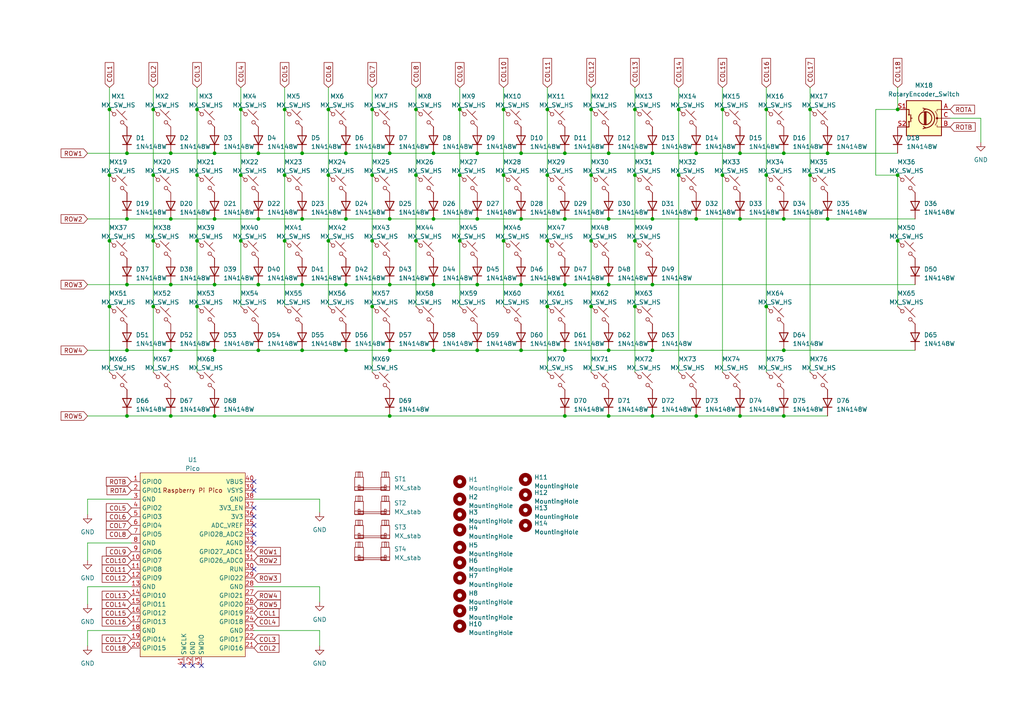
<source format=kicad_sch>
(kicad_sch (version 20230121) (generator eeschema)
  (paper "A4")
  (junction (at 260.35 31.75))
  (junction (at 49.53 101.6))
  (junction (at 62.23 82.55))
  (junction (at 74.93 44.45))
  (junction (at 31.75 50.8))
  (junction (at 62.23 101.6))
  (junction (at 201.93 63.5))
  (junction (at 158.75 69.85))
  (junction (at 57.15 31.75))
  (junction (at 120.65 31.75))
  (junction (at 222.25 50.8))
  (junction (at 158.75 50.8))
  (junction (at 87.63 82.55))
  (junction (at 189.23 120.65))
  (junction (at 82.55 69.85))
  (junction (at 138.43 82.55))
  (junction (at 36.83 63.5))
  (junction (at 196.85 31.75))
  (junction (at 171.45 88.9))
  (junction (at 158.75 88.9))
  (junction (at 176.53 44.45))
  (junction (at 260.35 69.85))
  (junction (at 120.65 69.85))
  (junction (at 113.03 44.45))
  (junction (at 107.95 31.75))
  (junction (at 107.95 69.85))
  (junction (at 234.95 50.8))
  (junction (at 120.65 50.8))
  (junction (at 227.33 120.65))
  (junction (at 171.45 69.85))
  (junction (at 107.95 50.8))
  (junction (at 49.53 44.45))
  (junction (at 87.63 101.6))
  (junction (at 240.03 44.45))
  (junction (at 113.03 82.55))
  (junction (at 133.35 69.85))
  (junction (at 100.33 101.6))
  (junction (at 171.45 50.8))
  (junction (at 151.13 63.5))
  (junction (at 57.15 69.85))
  (junction (at 234.95 31.75))
  (junction (at 49.53 82.55))
  (junction (at 69.85 50.8))
  (junction (at 62.23 120.65))
  (junction (at 171.45 31.75))
  (junction (at 36.83 101.6))
  (junction (at 163.83 120.65))
  (junction (at 163.83 44.45))
  (junction (at 176.53 63.5))
  (junction (at 87.63 44.45))
  (junction (at 176.53 120.65))
  (junction (at 82.55 50.8))
  (junction (at 146.05 69.85))
  (junction (at 158.75 31.75))
  (junction (at 74.93 63.5))
  (junction (at 133.35 50.8))
  (junction (at 107.95 88.9))
  (junction (at 184.15 88.9))
  (junction (at 214.63 63.5))
  (junction (at 189.23 44.45))
  (junction (at 74.93 82.55))
  (junction (at 176.53 101.6))
  (junction (at 57.15 88.9))
  (junction (at 222.25 88.9))
  (junction (at 69.85 69.85))
  (junction (at 133.35 31.75))
  (junction (at 44.45 88.9))
  (junction (at 163.83 82.55))
  (junction (at 113.03 120.65))
  (junction (at 31.75 69.85))
  (junction (at 201.93 120.65))
  (junction (at 36.83 44.45))
  (junction (at 44.45 31.75))
  (junction (at 138.43 101.6))
  (junction (at 95.25 31.75))
  (junction (at 184.15 50.8))
  (junction (at 184.15 31.75))
  (junction (at 222.25 31.75))
  (junction (at 36.83 82.55))
  (junction (at 189.23 82.55))
  (junction (at 100.33 44.45))
  (junction (at 163.83 101.6))
  (junction (at 151.13 82.55))
  (junction (at 240.03 63.5))
  (junction (at 49.53 120.65))
  (junction (at 125.73 63.5))
  (junction (at 209.55 31.75))
  (junction (at 260.35 50.8))
  (junction (at 100.33 63.5))
  (junction (at 184.15 69.85))
  (junction (at 31.75 31.75))
  (junction (at 125.73 101.6))
  (junction (at 163.83 63.5))
  (junction (at 74.93 101.6))
  (junction (at 95.25 69.85))
  (junction (at 214.63 120.65))
  (junction (at 69.85 31.75))
  (junction (at 44.45 69.85))
  (junction (at 146.05 50.8))
  (junction (at 125.73 82.55))
  (junction (at 176.53 82.55))
  (junction (at 87.63 63.5))
  (junction (at 44.45 50.8))
  (junction (at 189.23 63.5))
  (junction (at 31.75 88.9))
  (junction (at 82.55 31.75))
  (junction (at 201.93 44.45))
  (junction (at 227.33 101.6))
  (junction (at 95.25 50.8))
  (junction (at 151.13 101.6))
  (junction (at 138.43 44.45))
  (junction (at 227.33 44.45))
  (junction (at 62.23 44.45))
  (junction (at 146.05 31.75))
  (junction (at 196.85 50.8))
  (junction (at 151.13 44.45))
  (junction (at 189.23 101.6))
  (junction (at 36.83 120.65))
  (junction (at 214.63 44.45))
  (junction (at 227.33 63.5))
  (junction (at 49.53 63.5))
  (junction (at 209.55 50.8))
  (junction (at 57.15 50.8))
  (junction (at 100.33 82.55))
  (junction (at 113.03 101.6))
  (junction (at 62.23 63.5))
  (junction (at 138.43 63.5))
  (junction (at 125.73 44.45))
  (junction (at 113.03 63.5))
  (no_connect (at 53.34 193.04))
  (no_connect (at 73.66 157.48))
  (no_connect (at 73.66 142.24))
  (no_connect (at 73.66 149.86))
  (no_connect (at 55.88 193.04))
  (no_connect (at 73.66 165.1))
  (no_connect (at 73.66 154.94))
  (no_connect (at 73.66 152.4))
  (no_connect (at 73.66 147.32))
  (no_connect (at 73.66 139.7))
  (no_connect (at 58.42 193.04))
  (wire (pts (xy 25.4 82.55) (xy 36.83 82.55)))
  (wire (pts (xy 36.83 82.55) (xy 49.53 82.55)))
  (wire (pts (xy 234.95 31.75) (xy 234.95 50.8)))
  (wire (pts (xy 25.4 162.56) (xy 25.4 157.48)))
  (wire (pts (xy 196.85 25.4) (xy 196.85 31.75)))
  (wire (pts (xy 87.63 82.55) (xy 100.33 82.55)))
  (wire (pts (xy 222.25 25.4) (xy 222.25 31.75)))
  (wire (pts (xy 62.23 82.55) (xy 74.93 82.55)))
  (wire (pts (xy 100.33 44.45) (xy 113.03 44.45)))
  (wire (pts (xy 57.15 88.9) (xy 57.15 107.95)))
  (wire (pts (xy 214.63 63.5) (xy 227.33 63.5)))
  (wire (pts (xy 201.93 63.5) (xy 214.63 63.5)))
  (wire (pts (xy 171.45 31.75) (xy 171.45 50.8)))
  (wire (pts (xy 171.45 25.4) (xy 171.45 31.75)))
  (wire (pts (xy 31.75 25.4) (xy 31.75 31.75)))
  (wire (pts (xy 69.85 69.85) (xy 69.85 88.9)))
  (wire (pts (xy 31.75 88.9) (xy 31.75 107.95)))
  (wire (pts (xy 38.1 182.88) (xy 25.4 182.88)))
  (wire (pts (xy 176.53 63.5) (xy 189.23 63.5)))
  (wire (pts (xy 82.55 50.8) (xy 82.55 69.85)))
  (wire (pts (xy 227.33 44.45) (xy 240.03 44.45)))
  (wire (pts (xy 95.25 25.4) (xy 95.25 31.75)))
  (wire (pts (xy 146.05 50.8) (xy 146.05 69.85)))
  (wire (pts (xy 95.25 31.75) (xy 95.25 50.8)))
  (wire (pts (xy 74.93 63.5) (xy 87.63 63.5)))
  (wire (pts (xy 31.75 31.75) (xy 31.75 50.8)))
  (wire (pts (xy 133.35 50.8) (xy 133.35 69.85)))
  (wire (pts (xy 176.53 82.55) (xy 189.23 82.55)))
  (wire (pts (xy 92.71 144.78) (xy 92.71 148.59)))
  (wire (pts (xy 184.15 31.75) (xy 184.15 50.8)))
  (wire (pts (xy 38.1 144.78) (xy 25.4 144.78)))
  (wire (pts (xy 69.85 25.4) (xy 69.85 31.75)))
  (wire (pts (xy 189.23 44.45) (xy 201.93 44.45)))
  (wire (pts (xy 189.23 63.5) (xy 201.93 63.5)))
  (wire (pts (xy 44.45 25.4) (xy 44.45 31.75)))
  (wire (pts (xy 146.05 25.4) (xy 146.05 31.75)))
  (wire (pts (xy 284.48 34.29) (xy 275.59 34.29)))
  (wire (pts (xy 209.55 25.4) (xy 209.55 31.75)))
  (wire (pts (xy 163.83 101.6) (xy 176.53 101.6)))
  (wire (pts (xy 234.95 25.4) (xy 234.95 31.75)))
  (wire (pts (xy 171.45 88.9) (xy 171.45 107.95)))
  (wire (pts (xy 74.93 44.45) (xy 87.63 44.45)))
  (wire (pts (xy 25.4 101.6) (xy 36.83 101.6)))
  (wire (pts (xy 209.55 50.8) (xy 209.55 107.95)))
  (wire (pts (xy 36.83 120.65) (xy 49.53 120.65)))
  (wire (pts (xy 25.4 120.65) (xy 36.83 120.65)))
  (wire (pts (xy 57.15 50.8) (xy 57.15 69.85)))
  (wire (pts (xy 82.55 69.85) (xy 82.55 88.9)))
  (wire (pts (xy 120.65 69.85) (xy 120.65 88.9)))
  (wire (pts (xy 146.05 31.75) (xy 146.05 50.8)))
  (wire (pts (xy 151.13 44.45) (xy 163.83 44.45)))
  (wire (pts (xy 107.95 25.4) (xy 107.95 31.75)))
  (wire (pts (xy 201.93 44.45) (xy 214.63 44.45)))
  (wire (pts (xy 36.83 44.45) (xy 49.53 44.45)))
  (wire (pts (xy 69.85 50.8) (xy 69.85 69.85)))
  (wire (pts (xy 260.35 31.75) (xy 254 31.75)))
  (wire (pts (xy 184.15 50.8) (xy 184.15 69.85)))
  (wire (pts (xy 176.53 44.45) (xy 189.23 44.45)))
  (wire (pts (xy 227.33 101.6) (xy 265.43 101.6)))
  (wire (pts (xy 201.93 120.65) (xy 214.63 120.65)))
  (wire (pts (xy 260.35 69.85) (xy 260.35 88.9)))
  (wire (pts (xy 100.33 63.5) (xy 113.03 63.5)))
  (wire (pts (xy 25.4 44.45) (xy 36.83 44.45)))
  (wire (pts (xy 25.4 170.18) (xy 25.4 175.26)))
  (wire (pts (xy 254 31.75) (xy 254 50.8)))
  (wire (pts (xy 184.15 25.4) (xy 184.15 31.75)))
  (wire (pts (xy 284.48 41.275) (xy 284.48 34.29)))
  (wire (pts (xy 25.4 144.78) (xy 25.4 149.225)))
  (wire (pts (xy 125.73 63.5) (xy 138.43 63.5)))
  (wire (pts (xy 113.03 82.55) (xy 125.73 82.55)))
  (wire (pts (xy 189.23 120.65) (xy 201.93 120.65)))
  (wire (pts (xy 184.15 88.9) (xy 184.15 107.95)))
  (wire (pts (xy 87.63 44.45) (xy 100.33 44.45)))
  (wire (pts (xy 158.75 69.85) (xy 158.75 88.9)))
  (wire (pts (xy 73.66 182.88) (xy 92.71 182.88)))
  (wire (pts (xy 73.66 170.18) (xy 92.71 170.18)))
  (wire (pts (xy 62.23 101.6) (xy 74.93 101.6)))
  (wire (pts (xy 73.66 144.78) (xy 92.71 144.78)))
  (wire (pts (xy 113.03 120.65) (xy 163.83 120.65)))
  (wire (pts (xy 151.13 82.55) (xy 163.83 82.55)))
  (wire (pts (xy 260.35 50.8) (xy 260.35 69.85)))
  (wire (pts (xy 227.33 120.65) (xy 240.03 120.65)))
  (wire (pts (xy 146.05 69.85) (xy 146.05 88.9)))
  (wire (pts (xy 171.45 50.8) (xy 171.45 69.85)))
  (wire (pts (xy 138.43 44.45) (xy 151.13 44.45)))
  (wire (pts (xy 163.83 44.45) (xy 176.53 44.45)))
  (wire (pts (xy 49.53 82.55) (xy 62.23 82.55)))
  (wire (pts (xy 82.55 25.4) (xy 82.55 31.75)))
  (wire (pts (xy 44.45 88.9) (xy 44.45 107.95)))
  (wire (pts (xy 222.25 88.9) (xy 222.25 107.95)))
  (wire (pts (xy 158.75 31.75) (xy 158.75 50.8)))
  (wire (pts (xy 120.65 50.8) (xy 120.65 69.85)))
  (wire (pts (xy 62.23 44.45) (xy 74.93 44.45)))
  (wire (pts (xy 62.23 63.5) (xy 74.93 63.5)))
  (wire (pts (xy 151.13 101.6) (xy 163.83 101.6)))
  (wire (pts (xy 25.4 182.88) (xy 25.4 187.325)))
  (wire (pts (xy 31.75 69.85) (xy 31.75 88.9)))
  (wire (pts (xy 49.53 44.45) (xy 62.23 44.45)))
  (wire (pts (xy 92.71 170.18) (xy 92.71 174.625)))
  (wire (pts (xy 120.65 31.75) (xy 120.65 50.8)))
  (wire (pts (xy 171.45 69.85) (xy 171.45 88.9)))
  (wire (pts (xy 163.83 120.65) (xy 176.53 120.65)))
  (wire (pts (xy 163.83 63.5) (xy 176.53 63.5)))
  (wire (pts (xy 100.33 101.6) (xy 113.03 101.6)))
  (wire (pts (xy 44.45 50.8) (xy 44.45 69.85)))
  (wire (pts (xy 138.43 101.6) (xy 151.13 101.6)))
  (wire (pts (xy 214.63 44.45) (xy 227.33 44.45)))
  (wire (pts (xy 133.35 25.4) (xy 133.35 31.75)))
  (wire (pts (xy 38.1 170.18) (xy 25.4 170.18)))
  (wire (pts (xy 227.33 63.5) (xy 240.03 63.5)))
  (wire (pts (xy 196.85 31.75) (xy 196.85 50.8)))
  (wire (pts (xy 44.45 31.75) (xy 44.45 50.8)))
  (wire (pts (xy 260.35 25.4) (xy 260.35 31.75)))
  (wire (pts (xy 113.03 63.5) (xy 125.73 63.5)))
  (wire (pts (xy 125.73 101.6) (xy 138.43 101.6)))
  (wire (pts (xy 189.23 82.55) (xy 265.43 82.55)))
  (wire (pts (xy 49.53 101.6) (xy 62.23 101.6)))
  (wire (pts (xy 74.93 101.6) (xy 87.63 101.6)))
  (wire (pts (xy 138.43 82.55) (xy 151.13 82.55)))
  (wire (pts (xy 49.53 120.65) (xy 62.23 120.65)))
  (wire (pts (xy 57.15 25.4) (xy 57.15 31.75)))
  (wire (pts (xy 158.75 88.9) (xy 158.75 107.95)))
  (wire (pts (xy 44.45 69.85) (xy 44.45 88.9)))
  (wire (pts (xy 95.25 69.85) (xy 95.25 88.9)))
  (wire (pts (xy 158.75 50.8) (xy 158.75 69.85)))
  (wire (pts (xy 69.85 31.75) (xy 69.85 50.8)))
  (wire (pts (xy 36.83 101.6) (xy 49.53 101.6)))
  (wire (pts (xy 113.03 101.6) (xy 125.73 101.6)))
  (wire (pts (xy 87.63 101.6) (xy 100.33 101.6)))
  (wire (pts (xy 74.93 82.55) (xy 87.63 82.55)))
  (wire (pts (xy 113.03 44.45) (xy 125.73 44.45)))
  (wire (pts (xy 133.35 69.85) (xy 133.35 88.9)))
  (wire (pts (xy 240.03 63.5) (xy 265.43 63.5)))
  (wire (pts (xy 254 50.8) (xy 260.35 50.8)))
  (wire (pts (xy 176.53 120.65) (xy 189.23 120.65)))
  (wire (pts (xy 62.23 120.65) (xy 113.03 120.65)))
  (wire (pts (xy 138.43 63.5) (xy 151.13 63.5)))
  (wire (pts (xy 107.95 50.8) (xy 107.95 69.85)))
  (wire (pts (xy 49.53 63.5) (xy 62.23 63.5)))
  (wire (pts (xy 222.25 31.75) (xy 222.25 50.8)))
  (wire (pts (xy 107.95 31.75) (xy 107.95 50.8)))
  (wire (pts (xy 125.73 44.45) (xy 138.43 44.45)))
  (wire (pts (xy 184.15 69.85) (xy 184.15 88.9)))
  (wire (pts (xy 25.4 157.48) (xy 38.1 157.48)))
  (wire (pts (xy 240.03 44.45) (xy 260.35 44.45)))
  (wire (pts (xy 163.83 82.55) (xy 176.53 82.55)))
  (wire (pts (xy 57.15 69.85) (xy 57.15 88.9)))
  (wire (pts (xy 234.95 50.8) (xy 234.95 107.95)))
  (wire (pts (xy 176.53 101.6) (xy 189.23 101.6)))
  (wire (pts (xy 95.25 50.8) (xy 95.25 69.85)))
  (wire (pts (xy 189.23 101.6) (xy 227.33 101.6)))
  (wire (pts (xy 92.71 182.88) (xy 92.71 187.325)))
  (wire (pts (xy 125.73 82.55) (xy 138.43 82.55)))
  (wire (pts (xy 214.63 120.65) (xy 227.33 120.65)))
  (wire (pts (xy 209.55 31.75) (xy 209.55 50.8)))
  (wire (pts (xy 107.95 69.85) (xy 107.95 88.9)))
  (wire (pts (xy 31.75 50.8) (xy 31.75 69.85)))
  (wire (pts (xy 158.75 25.4) (xy 158.75 31.75)))
  (wire (pts (xy 222.25 50.8) (xy 222.25 88.9)))
  (wire (pts (xy 107.95 88.9) (xy 107.95 107.95)))
  (wire (pts (xy 82.55 31.75) (xy 82.55 50.8)))
  (wire (pts (xy 100.33 82.55) (xy 113.03 82.55)))
  (wire (pts (xy 87.63 63.5) (xy 100.33 63.5)))
  (wire (pts (xy 151.13 63.5) (xy 163.83 63.5)))
  (wire (pts (xy 36.83 63.5) (xy 49.53 63.5)))
  (wire (pts (xy 57.15 31.75) (xy 57.15 50.8)))
  (wire (pts (xy 120.65 25.4) (xy 120.65 31.75)))
  (wire (pts (xy 133.35 31.75) (xy 133.35 50.8)))
  (wire (pts (xy 196.85 50.8) (xy 196.85 107.95)))
  (wire (pts (xy 25.4 63.5) (xy 36.83 63.5)))
  (global_label "COL12" (shape input) (at 171.45 25.4 90) (property "Intersheetrefs" "${INTERSHEET_REFS}" (effects hide)))
  (global_label "COL18" (shape input) (at 260.35 25.4 90) (property "Intersheetrefs" "${INTERSHEET_REFS}" (effects hide)))
  (global_label "COL16" (shape input) (at 222.25 25.4 90) (property "Intersheetrefs" "${INTERSHEET_REFS}" (effects hide)))
  (global_label "ROW5" (shape input) (at 25.4 120.65 180) (property "Intersheetrefs" "${INTERSHEET_REFS}" (effects hide)))
  (global_label "COL11" (shape input) (at 38.1 165.1 180) (property "Intersheetrefs" "${INTERSHEET_REFS}" (effects hide)))
  (global_label "COL3" (shape input) (at 57.15 25.4 90) (property "Intersheetrefs" "${INTERSHEET_REFS}" (effects hide)))
  (global_label "COL14" (shape input) (at 38.1 175.26 180) (property "Intersheetrefs" "${INTERSHEET_REFS}" (effects hide)))
  (global_label "COL14" (shape input) (at 196.85 25.4 90) (property "Intersheetrefs" "${INTERSHEET_REFS}" (effects hide)))
  (global_label "COL7" (shape input) (at 38.1 152.4 180) (property "Intersheetrefs" "${INTERSHEET_REFS}" (effects hide)))
  (global_label "COL8" (shape input) (at 120.65 25.4 90) (property "Intersheetrefs" "${INTERSHEET_REFS}" (effects hide)))
  (global_label "COL11" (shape input) (at 158.75 25.4 90) (property "Intersheetrefs" "${INTERSHEET_REFS}" (effects hide)))
  (global_label "COL15" (shape input) (at 209.55 25.4 90) (property "Intersheetrefs" "${INTERSHEET_REFS}" (effects hide)))
  (global_label "ROW4" (shape input) (at 73.66 172.72 0) (property "Intersheetrefs" "${INTERSHEET_REFS}" (effects hide)))
  (global_label "ROW2" (shape input) (at 25.4 63.5 180) (property "Intersheetrefs" "${INTERSHEET_REFS}" (effects hide)))
  (global_label "ROTB" (shape input) (at 275.59 36.83 0) (property "Intersheetrefs" "${INTERSHEET_REFS}" (effects hide)))
  (global_label "COL8" (shape input) (at 38.1 154.94 180) (property "Intersheetrefs" "${INTERSHEET_REFS}" (effects hide)))
  (global_label "ROW1" (shape input) (at 73.66 160.02 0) (property "Intersheetrefs" "${INTERSHEET_REFS}" (effects hide)))
  (global_label "COL6" (shape input) (at 95.25 25.4 90) (property "Intersheetrefs" "${INTERSHEET_REFS}" (effects hide)))
  (global_label "ROW1" (shape input) (at 25.4 44.45 180) (property "Intersheetrefs" "${INTERSHEET_REFS}" (effects hide)))
  (global_label "COL13" (shape input) (at 38.1 172.72 180) (property "Intersheetrefs" "${INTERSHEET_REFS}" (effects hide)))
  (global_label "COL2" (shape input) (at 73.66 187.96 0) (property "Intersheetrefs" "${INTERSHEET_REFS}" (effects hide)))
  (global_label "COL3" (shape input) (at 73.66 185.42 0) (property "Intersheetrefs" "${INTERSHEET_REFS}" (effects hide)))
  (global_label "COL1" (shape input) (at 73.66 177.8 0) (property "Intersheetrefs" "${INTERSHEET_REFS}" (effects hide)))
  (global_label "ROW3" (shape input) (at 25.4 82.55 180) (property "Intersheetrefs" "${INTERSHEET_REFS}" (effects hide)))
  (global_label "COL15" (shape input) (at 38.1 177.8 180) (property "Intersheetrefs" "${INTERSHEET_REFS}" (effects hide)))
  (global_label "COL5" (shape input) (at 38.1 147.32 180) (property "Intersheetrefs" "${INTERSHEET_REFS}" (effects hide)))
  (global_label "COL2" (shape input) (at 44.45 25.4 90) (property "Intersheetrefs" "${INTERSHEET_REFS}" (effects hide)))
  (global_label "COL13" (shape input) (at 184.15 25.4 90) (property "Intersheetrefs" "${INTERSHEET_REFS}" (effects hide)))
  (global_label "COL4" (shape input) (at 73.66 180.34 0) (property "Intersheetrefs" "${INTERSHEET_REFS}" (effects hide)))
  (global_label "COL10" (shape input) (at 38.1 162.56 180) (property "Intersheetrefs" "${INTERSHEET_REFS}" (effects hide)))
  (global_label "COL12" (shape input) (at 38.1 167.64 180) (property "Intersheetrefs" "${INTERSHEET_REFS}" (effects hide)))
  (global_label "COL17" (shape input) (at 234.95 25.4 90) (property "Intersheetrefs" "${INTERSHEET_REFS}" (effects hide)))
  (global_label "ROW5" (shape input) (at 73.66 175.26 0) (property "Intersheetrefs" "${INTERSHEET_REFS}" (effects hide)))
  (global_label "ROW2" (shape input) (at 73.66 162.56 0) (property "Intersheetrefs" "${INTERSHEET_REFS}" (effects hide)))
  (global_label "COL17" (shape input) (at 38.1 185.42 180) (property "Intersheetrefs" "${INTERSHEET_REFS}" (effects hide)))
  (global_label "COL9" (shape input) (at 133.35 25.4 90) (property "Intersheetrefs" "${INTERSHEET_REFS}" (effects hide)))
  (global_label "COL1" (shape input) (at 31.75 25.4 90) (property "Intersheetrefs" "${INTERSHEET_REFS}" (effects hide)))
  (global_label "COL4" (shape input) (at 69.85 25.4 90) (property "Intersheetrefs" "${INTERSHEET_REFS}" (effects hide)))
  (global_label "COL5" (shape input) (at 82.55 25.4 90) (property "Intersheetrefs" "${INTERSHEET_REFS}" (effects hide)))
  (global_label "ROTB" (shape input) (at 38.1 139.7 180) (property "Intersheetrefs" "${INTERSHEET_REFS}" (effects hide)))
  (global_label "COL7" (shape input) (at 107.95 25.4 90) (property "Intersheetrefs" "${INTERSHEET_REFS}" (effects hide)))
  (global_label "ROTA" (shape input) (at 275.59 31.75 0) (property "Intersheetrefs" "${INTERSHEET_REFS}" (effects hide)))
  (global_label "ROW4" (shape input) (at 25.4 101.6 180) (property "Intersheetrefs" "${INTERSHEET_REFS}" (effects hide)))
  (global_label "COL18" (shape input) (at 38.1 187.96 180) (property "Intersheetrefs" "${INTERSHEET_REFS}" (effects hide)))
  (global_label "COL16" (shape input) (at 38.1 180.34 180) (property "Intersheetrefs" "${INTERSHEET_REFS}" (effects hide)))
  (global_label "ROW3" (shape input) (at 73.66 167.64 0) (property "Intersheetrefs" "${INTERSHEET_REFS}" (effects hide)))
  (global_label "COL6" (shape input) (at 38.1 149.86 180) (property "Intersheetrefs" "${INTERSHEET_REFS}" (effects hide)))
  (global_label "COL9" (shape input) (at 38.1 160.02 180) (property "Intersheetrefs" "${INTERSHEET_REFS}" (effects hide)))
  (global_label "ROTA" (shape input) (at 38.1 142.24 180) (property "Intersheetrefs" "${INTERSHEET_REFS}" (effects hide)))
  (global_label "COL10" (shape input) (at 146.05 25.4 90) (property "Intersheetrefs" "${INTERSHEET_REFS}" (effects hide)))
  (symbol (lib_id "Diode:1N4148W") (at 113.03 59.69 90) (unit 1)
    (property "Reference" "D25" (at 115.57 59.055 90) (effects (justify right)))
    (property "Value" "1N4148W" (at 115.57 61.595 90) (effects (justify right)))
    (property "Footprint" "sepp:D_SOD-123" (effects hide))
    (property "Datasheet" "https://www.vishay.com/docs/85748/1n4148w.pdf" (effects hide))
    (property "Sim.Device" "D" (effects hide))
    (property "Sim.Pins" "1=K 2=A" (effects hide))
  )
  (symbol (lib_id "marbastlib-mx:MX_SW_HS") (at 186.69 53.34 0) (unit 1)
    (property "Reference" "MX31" (at 186.69 46.99 0))
    (property "Value" "MX_SW_HS" (at 186.69 49.53 0))
    (property "Footprint" "marbastlib-mx:SW_MX_HS_1u" (effects hide))
  )
  (symbol (lib_id "Diode:1N4148W") (at 151.13 97.79 90) (unit 1)
    (property "Reference" "D60" (at 153.67 97.155 90) (effects (justify right)))
    (property "Value" "1N4148W" (at 153.67 99.695 90) (effects (justify right)))
    (property "Footprint" "sepp:D_SOD-123" (effects hide))
    (property "Datasheet" "https://www.vishay.com/docs/85748/1n4148w.pdf" (effects hide))
    (property "Sim.Device" "D" (effects hide))
    (property "Sim.Pins" "1=K 2=A" (effects hide))
  )
  (symbol (lib_id "Mechanical:MountingHole") (at 133.35 139.7 0) (unit 1)
    (property "Reference" "H1" (at 135.89 139.065 0) (effects (justify left)))
    (property "Value" "MountingHole" (at 135.89 141.605 0) (effects (justify left)))
    (property "Footprint" "MountingHole:MountingHole_2.2mm_M2_DIN965" (effects hide))
  )
  (symbol (lib_id "marbastlib-mx:MX_SW_HS") (at 173.99 53.34 0) (unit 1)
    (property "Reference" "MX30" (at 173.99 46.99 0))
    (property "Value" "MX_SW_HS" (at 173.99 49.53 0))
    (property "Footprint" "marbastlib-mx:SW_MX_HS_1u" (effects hide))
  )
  (symbol (lib_id "Diode:1N4148W") (at 36.83 78.74 90) (unit 1)
    (property "Reference" "D37" (at 39.37 78.105 90) (effects (justify right)))
    (property "Value" "1N4148W" (at 39.37 80.645 90) (effects (justify right)))
    (property "Footprint" "sepp:D_SOD-123" (effects hide))
    (property "Datasheet" "https://www.vishay.com/docs/85748/1n4148w.pdf" (effects hide))
    (property "Sim.Device" "D" (effects hide))
    (property "Sim.Pins" "1=K 2=A" (effects hide))
  )
  (symbol (lib_id "marbastlib-mx:MX_SW_HS") (at 123.19 72.39 0) (unit 1)
    (property "Reference" "MX44" (at 123.19 66.04 0))
    (property "Value" "MX_SW_HS" (at 123.19 68.58 0))
    (property "Footprint" "marbastlib-mx:SW_MX_HS_1u" (effects hide))
  )
  (symbol (lib_id "Device:RotaryEncoder_Switch") (at 267.97 34.29 0) (mirror y) (unit 1)
    (property "Reference" "MX18" (at 267.97 24.765 0))
    (property "Value" "RotaryEncoder_Switch" (at 267.97 27.305 0))
    (property "Footprint" "sepp:RotaryEncoder_EC11" (effects hide))
  )
  (symbol (lib_id "Diode:1N4148W") (at 74.93 59.69 90) (unit 1)
    (property "Reference" "D22" (at 77.47 59.055 90) (effects (justify right)))
    (property "Value" "1N4148W" (at 77.47 61.595 90) (effects (justify right)))
    (property "Footprint" "sepp:D_SOD-123" (effects hide))
    (property "Datasheet" "https://www.vishay.com/docs/85748/1n4148w.pdf" (effects hide))
    (property "Sim.Device" "D" (effects hide))
    (property "Sim.Pins" "1=K 2=A" (effects hide))
  )
  (symbol (lib_id "Diode:1N4148W") (at 227.33 59.69 90) (unit 1)
    (property "Reference" "D34" (at 229.87 59.055 90) (effects (justify right)))
    (property "Value" "1N4148W" (at 229.87 61.595 90) (effects (justify right)))
    (property "Footprint" "sepp:D_SOD-123" (effects hide))
    (property "Datasheet" "https://www.vishay.com/docs/85748/1n4148w.pdf" (effects hide))
    (property "Sim.Device" "D" (effects hide))
    (property "Sim.Pins" "1=K 2=A" (effects hide))
  )
  (symbol (lib_id "marbastlib-mx:MX_stab") (at 107.95 153.67 0) (unit 1)
    (property "Reference" "ST3" (at 114.3 152.908 0) (effects (justify left)))
    (property "Value" "MX_stab" (at 114.3 155.448 0) (effects (justify left)))
    (property "Footprint" "marbastlib-mx:STAB_MX_P_2.75u" (effects hide))
  )
  (symbol (lib_id "Diode:1N4148W") (at 176.53 59.69 90) (unit 1)
    (property "Reference" "D30" (at 179.07 59.055 90) (effects (justify right)))
    (property "Value" "1N4148W" (at 179.07 61.595 90) (effects (justify right)))
    (property "Footprint" "sepp:D_SOD-123" (effects hide))
    (property "Datasheet" "https://www.vishay.com/docs/85748/1n4148w.pdf" (effects hide))
    (property "Sim.Device" "D" (effects hide))
    (property "Sim.Pins" "1=K 2=A" (effects hide))
  )
  (symbol (lib_id "marbastlib-mx:MX_SW_HS") (at 97.79 34.29 0) (unit 1)
    (property "Reference" "MX6" (at 97.79 27.94 0))
    (property "Value" "MX_SW_HS" (at 97.79 30.48 0))
    (property "Footprint" "marbastlib-mx:SW_MX_HS_1u" (effects hide))
  )
  (symbol (lib_id "Diode:1N4148W") (at 87.63 59.69 90) (unit 1)
    (property "Reference" "D23" (at 90.17 59.055 90) (effects (justify right)))
    (property "Value" "1N4148W" (at 90.17 61.595 90) (effects (justify right)))
    (property "Footprint" "sepp:D_SOD-123" (effects hide))
    (property "Datasheet" "https://www.vishay.com/docs/85748/1n4148w.pdf" (effects hide))
    (property "Sim.Device" "D" (effects hide))
    (property "Sim.Pins" "1=K 2=A" (effects hide))
  )
  (symbol (lib_id "power:GND") (at 284.48 41.275 0) (unit 1)
    (property "Reference" "#PWR01" (effects hide))
    (property "Value" "GND" (at 284.48 46.355 0))
  )
  (symbol (lib_id "power:GND") (at 25.4 175.26 0) (unit 1)
    (property "Reference" "#PWR08" (effects hide))
    (property "Value" "GND" (at 25.4 180.34 0))
  )
  (symbol (lib_id "marbastlib-mx:MX_SW_HS") (at 135.89 72.39 0) (unit 1)
    (property "Reference" "MX45" (at 135.89 66.04 0))
    (property "Value" "MX_SW_HS" (at 135.89 68.58 0))
    (property "Footprint" "marbastlib-mx:SW_MX_HS_1u" (effects hide))
  )
  (symbol (lib_id "Diode:1N4148W") (at 163.83 116.84 90) (unit 1)
    (property "Reference" "D70" (at 166.37 116.205 90) (effects (justify right)))
    (property "Value" "1N4148W" (at 166.37 118.745 90) (effects (justify right)))
    (property "Footprint" "sepp:D_SOD-123" (effects hide))
    (property "Datasheet" "https://www.vishay.com/docs/85748/1n4148w.pdf" (effects hide))
    (property "Sim.Device" "D" (effects hide))
    (property "Sim.Pins" "1=K 2=A" (effects hide))
  )
  (symbol (lib_id "Diode:1N4148W") (at 163.83 78.74 90) (unit 1)
    (property "Reference" "D47" (at 166.37 78.105 90) (effects (justify right)))
    (property "Value" "1N4148W" (at 166.37 80.645 90) (effects (justify right)))
    (property "Footprint" "sepp:D_SOD-123" (effects hide))
    (property "Datasheet" "https://www.vishay.com/docs/85748/1n4148w.pdf" (effects hide))
    (property "Sim.Device" "D" (effects hide))
    (property "Sim.Pins" "1=K 2=A" (effects hide))
  )
  (symbol (lib_id "Diode:1N4148W") (at 189.23 97.79 90) (unit 1)
    (property "Reference" "D63" (at 191.77 97.155 90) (effects (justify right)))
    (property "Value" "1N4148W" (at 191.77 99.695 90) (effects (justify right)))
    (property "Footprint" "sepp:D_SOD-123" (effects hide))
    (property "Datasheet" "https://www.vishay.com/docs/85748/1n4148w.pdf" (effects hide))
    (property "Sim.Device" "D" (effects hide))
    (property "Sim.Pins" "1=K 2=A" (effects hide))
  )
  (symbol (lib_id "Diode:1N4148W") (at 176.53 116.84 90) (unit 1)
    (property "Reference" "D71" (at 179.07 116.205 90) (effects (justify right)))
    (property "Value" "1N4148W" (at 179.07 118.745 90) (effects (justify right)))
    (property "Footprint" "sepp:D_SOD-123" (effects hide))
    (property "Datasheet" "https://www.vishay.com/docs/85748/1n4148w.pdf" (effects hide))
    (property "Sim.Device" "D" (effects hide))
    (property "Sim.Pins" "1=K 2=A" (effects hide))
  )
  (symbol (lib_id "power:GND") (at 92.71 187.325 0) (mirror y) (unit 1)
    (property "Reference" "#PWR04" (effects hide))
    (property "Value" "GND" (at 92.71 192.405 0))
  )
  (symbol (lib_id "Diode:1N4148W") (at 49.53 116.84 90) (unit 1)
    (property "Reference" "D67" (at 52.07 116.205 90) (effects (justify right)))
    (property "Value" "1N4148W" (at 52.07 118.745 90) (effects (justify right)))
    (property "Footprint" "sepp:D_SOD-123" (effects hide))
    (property "Datasheet" "https://www.vishay.com/docs/85748/1n4148w.pdf" (effects hide))
    (property "Sim.Device" "D" (effects hide))
    (property "Sim.Pins" "1=K 2=A" (effects hide))
  )
  (symbol (lib_id "Diode:1N4148W") (at 125.73 78.74 90) (unit 1)
    (property "Reference" "D44" (at 128.27 78.105 90) (effects (justify right)))
    (property "Value" "1N4148W" (at 128.27 80.645 90) (effects (justify right)))
    (property "Footprint" "sepp:D_SOD-123" (effects hide))
    (property "Datasheet" "https://www.vishay.com/docs/85748/1n4148w.pdf" (effects hide))
    (property "Sim.Device" "D" (effects hide))
    (property "Sim.Pins" "1=K 2=A" (effects hide))
  )
  (symbol (lib_id "Diode:1N4148W") (at 214.63 116.84 90) (unit 1)
    (property "Reference" "D74" (at 217.17 116.205 90) (effects (justify right)))
    (property "Value" "1N4148W" (at 217.17 118.745 90) (effects (justify right)))
    (property "Footprint" "sepp:D_SOD-123" (effects hide))
    (property "Datasheet" "https://www.vishay.com/docs/85748/1n4148w.pdf" (effects hide))
    (property "Sim.Device" "D" (effects hide))
    (property "Sim.Pins" "1=K 2=A" (effects hide))
  )
  (symbol (lib_id "Diode:1N4148W") (at 49.53 97.79 90) (unit 1)
    (property "Reference" "D52" (at 52.07 97.155 90) (effects (justify right)))
    (property "Value" "1N4148W" (at 52.07 99.695 90) (effects (justify right)))
    (property "Footprint" "sepp:D_SOD-123" (effects hide))
    (property "Datasheet" "https://www.vishay.com/docs/85748/1n4148w.pdf" (effects hide))
    (property "Sim.Device" "D" (effects hide))
    (property "Sim.Pins" "1=K 2=A" (effects hide))
  )
  (symbol (lib_id "Diode:1N4148W") (at 201.93 116.84 90) (unit 1)
    (property "Reference" "D73" (at 204.47 116.205 90) (effects (justify right)))
    (property "Value" "1N4148W" (at 204.47 118.745 90) (effects (justify right)))
    (property "Footprint" "sepp:D_SOD-123" (effects hide))
    (property "Datasheet" "https://www.vishay.com/docs/85748/1n4148w.pdf" (effects hide))
    (property "Sim.Device" "D" (effects hide))
    (property "Sim.Pins" "1=K 2=A" (effects hide))
  )
  (symbol (lib_id "Diode:1N4148W") (at 138.43 78.74 90) (unit 1)
    (property "Reference" "D45" (at 140.97 78.105 90) (effects (justify right)))
    (property "Value" "1N4148W" (at 140.97 80.645 90) (effects (justify right)))
    (property "Footprint" "sepp:D_SOD-123" (effects hide))
    (property "Datasheet" "https://www.vishay.com/docs/85748/1n4148w.pdf" (effects hide))
    (property "Sim.Device" "D" (effects hide))
    (property "Sim.Pins" "1=K 2=A" (effects hide))
  )
  (symbol (lib_id "Mechanical:MountingHole") (at 133.35 144.78 0) (unit 1)
    (property "Reference" "H2" (at 135.89 144.145 0) (effects (justify left)))
    (property "Value" "MountingHole" (at 135.89 146.685 0) (effects (justify left)))
    (property "Footprint" "MountingHole:MountingHole_2.2mm_M2_DIN965" (effects hide))
  )
  (symbol (lib_id "marbastlib-mx:MX_SW_HS") (at 123.19 34.29 0) (unit 1)
    (property "Reference" "MX8" (at 123.19 27.94 0))
    (property "Value" "MX_SW_HS" (at 123.19 30.48 0))
    (property "Footprint" "marbastlib-mx:SW_MX_HS_1u" (effects hide))
  )
  (symbol (lib_id "Diode:1N4148W") (at 240.03 40.64 90) (unit 1)
    (property "Reference" "D17" (at 242.57 40.005 90) (effects (justify right)))
    (property "Value" "1N4148W" (at 242.57 42.545 90) (effects (justify right)))
    (property "Footprint" "sepp:D_SOD-123" (effects hide))
    (property "Datasheet" "https://www.vishay.com/docs/85748/1n4148w.pdf" (effects hide))
    (property "Sim.Device" "D" (effects hide))
    (property "Sim.Pins" "1=K 2=A" (effects hide))
  )
  (symbol (lib_id "marbastlib-mx:MX_SW_HS") (at 199.39 34.29 0) (unit 1)
    (property "Reference" "MX14" (at 199.39 27.94 0))
    (property "Value" "MX_SW_HS" (at 199.39 30.48 0))
    (property "Footprint" "marbastlib-mx:SW_MX_HS_1u" (effects hide))
  )
  (symbol (lib_id "Diode:1N4148W") (at 265.43 78.74 90) (unit 1)
    (property "Reference" "D50" (at 267.97 78.105 90) (effects (justify right)))
    (property "Value" "1N4148W" (at 267.97 80.645 90) (effects (justify right)))
    (property "Footprint" "sepp:D_SOD-123" (effects hide))
    (property "Datasheet" "https://www.vishay.com/docs/85748/1n4148w.pdf" (effects hide))
    (property "Sim.Device" "D" (effects hide))
    (property "Sim.Pins" "1=K 2=A" (effects hide))
  )
  (symbol (lib_id "marbastlib-mx:MX_SW_HS") (at 262.89 72.39 0) (unit 1)
    (property "Reference" "MX50" (at 262.89 66.04 0))
    (property "Value" "MX_SW_HS" (at 262.89 68.58 0))
    (property "Footprint" "marbastlib-mx:SW_MX_HS_1u" (effects hide))
  )
  (symbol (lib_id "marbastlib-mx:MX_SW_HS") (at 148.59 91.44 0) (unit 1)
    (property "Reference" "MX60" (at 148.59 85.09 0))
    (property "Value" "MX_SW_HS" (at 148.59 87.63 0))
    (property "Footprint" "marbastlib-mx:SW_MX_HS_1u" (effects hide))
  )
  (symbol (lib_id "Diode:1N4148W") (at 113.03 78.74 90) (unit 1)
    (property "Reference" "D43" (at 115.57 78.105 90) (effects (justify right)))
    (property "Value" "1N4148W" (at 115.57 80.645 90) (effects (justify right)))
    (property "Footprint" "sepp:D_SOD-123" (effects hide))
    (property "Datasheet" "https://www.vishay.com/docs/85748/1n4148w.pdf" (effects hide))
    (property "Sim.Device" "D" (effects hide))
    (property "Sim.Pins" "1=K 2=A" (effects hide))
  )
  (symbol (lib_id "marbastlib-mx:MX_SW_HS") (at 59.69 34.29 0) (unit 1)
    (property "Reference" "MX3" (at 59.69 27.94 0))
    (property "Value" "MX_SW_HS" (at 59.69 30.48 0))
    (property "Footprint" "marbastlib-mx:SW_MX_HS_1u" (effects hide))
  )
  (symbol (lib_id "marbastlib-mx:MX_SW_HS") (at 237.49 34.29 0) (unit 1)
    (property "Reference" "MX17" (at 237.49 27.94 0))
    (property "Value" "MX_SW_HS" (at 237.49 30.48 0))
    (property "Footprint" "marbastlib-mx:SW_MX_HS_1u" (effects hide))
  )
  (symbol (lib_id "Diode:1N4148W") (at 151.13 59.69 90) (unit 1)
    (property "Reference" "D28" (at 153.67 59.055 90) (effects (justify right)))
    (property "Value" "1N4148W" (at 153.67 61.595 90) (effects (justify right)))
    (property "Footprint" "sepp:D_SOD-123" (effects hide))
    (property "Datasheet" "https://www.vishay.com/docs/85748/1n4148w.pdf" (effects hide))
    (property "Sim.Device" "D" (effects hide))
    (property "Sim.Pins" "1=K 2=A" (effects hide))
  )
  (symbol (lib_id "Mechanical:MountingHole") (at 133.35 177.165 0) (unit 1)
    (property "Reference" "H9" (at 135.89 176.53 0) (effects (justify left)))
    (property "Value" "MountingHole" (at 135.89 179.07 0) (effects (justify left)))
    (property "Footprint" "MountingHole:MountingHole_2.2mm_M2_DIN965" (effects hide))
  )
  (symbol (lib_id "Diode:1N4148W") (at 227.33 116.84 90) (unit 1)
    (property "Reference" "D75" (at 229.87 116.205 90) (effects (justify right)))
    (property "Value" "1N4148W" (at 229.87 118.745 90) (effects (justify right)))
    (property "Footprint" "sepp:D_SOD-123" (effects hide))
    (property "Datasheet" "https://www.vishay.com/docs/85748/1n4148w.pdf" (effects hide))
    (property "Sim.Device" "D" (effects hide))
    (property "Sim.Pins" "1=K 2=A" (effects hide))
  )
  (symbol (lib_id "marbastlib-mx:MX_SW_HS") (at 173.99 110.49 0) (unit 1)
    (property "Reference" "MX71" (at 173.99 104.14 0))
    (property "Value" "MX_SW_HS" (at 173.99 106.68 0))
    (property "Footprint" "marbastlib-mx:SW_MX_HS_1u" (effects hide))
  )
  (symbol (lib_id "marbastlib-mx:MX_SW_HS") (at 224.79 91.44 0) (unit 1)
    (property "Reference" "MX64" (at 224.79 85.09 0))
    (property "Value" "MX_SW_HS" (at 224.79 87.63 0))
    (property "Footprint" "marbastlib-mx:SW_MX_HS_1u" (effects hide))
  )
  (symbol (lib_id "Diode:1N4148W") (at 87.63 97.79 90) (unit 1)
    (property "Reference" "D55" (at 90.17 97.155 90) (effects (justify right)))
    (property "Value" "1N4148W" (at 90.17 99.695 90) (effects (justify right)))
    (property "Footprint" "sepp:D_SOD-123" (effects hide))
    (property "Datasheet" "https://www.vishay.com/docs/85748/1n4148w.pdf" (effects hide))
    (property "Sim.Device" "D" (effects hide))
    (property "Sim.Pins" "1=K 2=A" (effects hide))
  )
  (symbol (lib_id "Diode:1N4148W") (at 36.83 116.84 90) (unit 1)
    (property "Reference" "D66" (at 39.37 116.205 90) (effects (justify right)))
    (property "Value" "1N4148W" (at 39.37 118.745 90) (effects (justify right)))
    (property "Footprint" "sepp:D_SOD-123" (effects hide))
    (property "Datasheet" "https://www.vishay.com/docs/85748/1n4148w.pdf" (effects hide))
    (property "Sim.Device" "D" (effects hide))
    (property "Sim.Pins" "1=K 2=A" (effects hide))
  )
  (symbol (lib_id "Diode:1N4148W") (at 125.73 40.64 90) (unit 1)
    (property "Reference" "D8" (at 128.27 40.005 90) (effects (justify right)))
    (property "Value" "1N4148W" (at 128.27 42.545 90) (effects (justify right)))
    (property "Footprint" "sepp:D_SOD-123" (effects hide))
    (property "Datasheet" "https://www.vishay.com/docs/85748/1n4148w.pdf" (effects hide))
    (property "Sim.Device" "D" (effects hide))
    (property "Sim.Pins" "1=K 2=A" (effects hide))
  )
  (symbol (lib_id "Diode:1N4148W") (at 189.23 78.74 90) (unit 1)
    (property "Reference" "D49" (at 191.77 78.105 90) (effects (justify right)))
    (property "Value" "1N4148W" (at 191.77 80.645 90) (effects (justify right)))
    (property "Footprint" "sepp:D_SOD-123" (effects hide))
    (property "Datasheet" "https://www.vishay.com/docs/85748/1n4148w.pdf" (effects hide))
    (property "Sim.Device" "D" (effects hide))
    (property "Sim.Pins" "1=K 2=A" (effects hide))
  )
  (symbol (lib_id "Diode:1N4148W") (at 189.23 59.69 90) (unit 1)
    (property "Reference" "D31" (at 191.77 59.055 90) (effects (justify right)))
    (property "Value" "1N4148W" (at 191.77 61.595 90) (effects (justify right)))
    (property "Footprint" "sepp:D_SOD-123" (effects hide))
    (property "Datasheet" "https://www.vishay.com/docs/85748/1n4148w.pdf" (effects hide))
    (property "Sim.Device" "D" (effects hide))
    (property "Sim.Pins" "1=K 2=A" (effects hide))
  )
  (symbol (lib_id "marbastlib-mx:MX_SW_HS") (at 224.79 34.29 0) (unit 1)
    (property "Reference" "MX16" (at 224.79 27.94 0))
    (property "Value" "MX_SW_HS" (at 224.79 30.48 0))
    (property "Footprint" "marbastlib-mx:SW_MX_HS_1u" (effects hide))
  )
  (symbol (lib_id "Diode:1N4148W") (at 62.23 40.64 90) (unit 1)
    (property "Reference" "D3" (at 64.77 40.005 90) (effects (justify right)))
    (property "Value" "1N4148W" (at 64.77 42.545 90) (effects (justify right)))
    (property "Footprint" "sepp:D_SOD-123" (effects hide))
    (property "Datasheet" "https://www.vishay.com/docs/85748/1n4148w.pdf" (effects hide))
    (property "Sim.Device" "D" (effects hide))
    (property "Sim.Pins" "1=K 2=A" (effects hide))
  )
  (symbol (lib_id "marbastlib-mx:MX_SW_HS") (at 85.09 91.44 0) (unit 1)
    (property "Reference" "MX55" (at 85.09 85.09 0))
    (property "Value" "MX_SW_HS" (at 85.09 87.63 0))
    (property "Footprint" "marbastlib-mx:SW_MX_HS_1u" (effects hide))
  )
  (symbol (lib_id "marbastlib-mx:MX_SW_HS") (at 34.29 72.39 0) (unit 1)
    (property "Reference" "MX37" (at 34.29 66.04 0))
    (property "Value" "MX_SW_HS" (at 34.29 68.58 0))
    (property "Footprint" "marbastlib-mx:SW_MX_HS_1.75u" (effects hide))
  )
  (symbol (lib_id "Diode:1N4148W") (at 49.53 78.74 90) (unit 1)
    (property "Reference" "D38" (at 52.07 78.105 90) (effects (justify right)))
    (property "Value" "1N4148W" (at 52.07 80.645 90) (effects (justify right)))
    (property "Footprint" "sepp:D_SOD-123" (effects hide))
    (property "Datasheet" "https://www.vishay.com/docs/85748/1n4148w.pdf" (effects hide))
    (property "Sim.Device" "D" (effects hide))
    (property "Sim.Pins" "1=K 2=A" (effects hide))
  )
  (symbol (lib_id "Diode:1N4148W") (at 62.23 97.79 90) (unit 1)
    (property "Reference" "D53" (at 64.77 97.155 90) (effects (justify right)))
    (property "Value" "1N4148W" (at 64.77 99.695 90) (effects (justify right)))
    (property "Footprint" "sepp:D_SOD-123" (effects hide))
    (property "Datasheet" "https://www.vishay.com/docs/85748/1n4148w.pdf" (effects hide))
    (property "Sim.Device" "D" (effects hide))
    (property "Sim.Pins" "1=K 2=A" (effects hide))
  )
  (symbol (lib_id "Mechanical:MountingHole") (at 133.35 167.64 0) (unit 1)
    (property "Reference" "H7" (at 135.89 167.005 0) (effects (justify left)))
    (property "Value" "MountingHole" (at 135.89 169.545 0) (effects (justify left)))
    (property "Footprint" "MountingHole:MountingHole_2.2mm_M2_DIN965" (effects hide))
  )
  (symbol (lib_id "marbastlib-mx:MX_stab") (at 107.95 146.685 0) (unit 1)
    (property "Reference" "ST2" (at 114.3 145.923 0) (effects (justify left)))
    (property "Value" "MX_stab" (at 114.3 148.463 0) (effects (justify left)))
    (property "Footprint" "marbastlib-mx:STAB_MX_P_ISO" (effects hide))
  )
  (symbol (lib_id "marbastlib-mx:MX_SW_HS") (at 186.69 110.49 0) (unit 1)
    (property "Reference" "MX72" (at 186.69 104.14 0))
    (property "Value" "MX_SW_HS" (at 186.69 106.68 0))
    (property "Footprint" "marbastlib-mx:SW_MX_HS_1.25u" (effects hide))
  )
  (symbol (lib_id "Diode:1N4148W") (at 125.73 59.69 90) (unit 1)
    (property "Reference" "D26" (at 128.27 59.055 90) (effects (justify right)))
    (property "Value" "1N4148W" (at 128.27 61.595 90) (effects (justify right)))
    (property "Footprint" "sepp:D_SOD-123" (effects hide))
    (property "Datasheet" "https://www.vishay.com/docs/85748/1n4148w.pdf" (effects hide))
    (property "Sim.Device" "D" (effects hide))
    (property "Sim.Pins" "1=K 2=A" (effects hide))
  )
  (symbol (lib_id "marbastlib-mx:MX_SW_HS") (at 123.19 91.44 0) (unit 1)
    (property "Reference" "MX58" (at 123.19 85.09 0))
    (property "Value" "MX_SW_HS" (at 123.19 87.63 0))
    (property "Footprint" "marbastlib-mx:SW_MX_HS_1u" (effects hide))
  )
  (symbol (lib_id "marbastlib-mx:MX_SW_HS") (at 262.89 53.34 0) (unit 1)
    (property "Reference" "MX36" (at 262.89 46.99 0))
    (property "Value" "MX_SW_HS" (at 262.89 49.53 0))
    (property "Footprint" "marbastlib-mx:SW_MX_HS_1u" (effects hide))
  )
  (symbol (lib_id "Diode:1N4148W") (at 265.43 59.69 90) (unit 1)
    (property "Reference" "D36" (at 267.97 59.055 90) (effects (justify right)))
    (property "Value" "1N4148W" (at 267.97 61.595 90) (effects (justify right)))
    (property "Footprint" "sepp:D_SOD-123" (effects hide))
    (property "Datasheet" "https://www.vishay.com/docs/85748/1n4148w.pdf" (effects hide))
    (property "Sim.Device" "D" (effects hide))
    (property "Sim.Pins" "1=K 2=A" (effects hide))
  )
  (symbol (lib_id "marbastlib-mx:MX_SW_HS") (at 161.29 53.34 0) (unit 1)
    (property "Reference" "MX29" (at 161.29 46.99 0))
    (property "Value" "MX_SW_HS" (at 161.29 49.53 0))
    (property "Footprint" "marbastlib-mx:SW_MX_HS_1u" (effects hide))
  )
  (symbol (lib_id "Diode:1N4148W") (at 189.23 116.84 90) (unit 1)
    (property "Reference" "D72" (at 191.77 116.205 90) (effects (justify right)))
    (property "Value" "1N4148W" (at 191.77 118.745 90) (effects (justify right)))
    (property "Footprint" "sepp:D_SOD-123" (effects hide))
    (property "Datasheet" "https://www.vishay.com/docs/85748/1n4148w.pdf" (effects hide))
    (property "Sim.Device" "D" (effects hide))
    (property "Sim.Pins" "1=K 2=A" (effects hide))
  )
  (symbol (lib_id "marbastlib-mx:MX_SW_HS") (at 148.59 53.34 0) (unit 1)
    (property "Reference" "MX28" (at 148.59 46.99 0))
    (property "Value" "MX_SW_HS" (at 148.59 49.53 0))
    (property "Footprint" "marbastlib-mx:SW_MX_HS_1u" (effects hide))
  )
  (symbol (lib_id "Mechanical:MountingHole") (at 133.35 158.75 0) (unit 1)
    (property "Reference" "H5" (at 135.89 158.115 0) (effects (justify left)))
    (property "Value" "MountingHole" (at 135.89 160.655 0) (effects (justify left)))
    (property "Footprint" "MountingHole:MountingHole_2.2mm_M2_DIN965" (effects hide))
  )
  (symbol (lib_id "Diode:1N4148W") (at 176.53 40.64 90) (unit 1)
    (property "Reference" "D12" (at 179.07 40.005 90) (effects (justify right)))
    (property "Value" "1N4148W" (at 179.07 42.545 90) (effects (justify right)))
    (property "Footprint" "sepp:D_SOD-123" (effects hide))
    (property "Datasheet" "https://www.vishay.com/docs/85748/1n4148w.pdf" (effects hide))
    (property "Sim.Device" "D" (effects hide))
    (property "Sim.Pins" "1=K 2=A" (effects hide))
  )
  (symbol (lib_id "Diode:1N4148W") (at 176.53 97.79 90) (unit 1)
    (property "Reference" "D62" (at 179.07 97.155 90) (effects (justify right)))
    (property "Value" "1N4148W" (at 179.07 99.695 90) (effects (justify right)))
    (property "Footprint" "sepp:D_SOD-123" (effects hide))
    (property "Datasheet" "https://www.vishay.com/docs/85748/1n4148w.pdf" (effects hide))
    (property "Sim.Device" "D" (effects hide))
    (property "Sim.Pins" "1=K 2=A" (effects hide))
  )
  (symbol (lib_id "Mechanical:MountingHole") (at 152.4 143.51 0) (unit 1)
    (property "Reference" "H12" (at 154.94 142.875 0) (effects (justify left)))
    (property "Value" "MountingHole" (at 154.94 145.415 0) (effects (justify left)))
    (property "Footprint" "MountingHole:MountingHole_2.2mm_M2_DIN965" (effects hide))
  )
  (symbol (lib_id "Mechanical:MountingHole") (at 133.35 153.67 0) (unit 1)
    (property "Reference" "H4" (at 135.89 153.035 0) (effects (justify left)))
    (property "Value" "MountingHole" (at 135.89 155.575 0) (effects (justify left)))
    (property "Footprint" "MountingHole:MountingHole_2.2mm_M2_DIN965" (effects hide))
  )
  (symbol (lib_id "Diode:1N4148W") (at 36.83 97.79 90) (unit 1)
    (property "Reference" "D51" (at 39.37 97.155 90) (effects (justify right)))
    (property "Value" "1N4148W" (at 39.37 99.695 90) (effects (justify right)))
    (property "Footprint" "sepp:D_SOD-123" (effects hide))
    (property "Datasheet" "https://www.vishay.com/docs/85748/1n4148w.pdf" (effects hide))
    (property "Sim.Device" "D" (effects hide))
    (property "Sim.Pins" "1=K 2=A" (effects hide))
  )
  (symbol (lib_id "marbastlib-mx:MX_SW_HS") (at 97.79 72.39 0) (unit 1)
    (property "Reference" "MX42" (at 97.79 66.04 0))
    (property "Value" "MX_SW_HS" (at 97.79 68.58 0))
    (property "Footprint" "marbastlib-mx:SW_MX_HS_1u" (effects hide))
  )
  (symbol (lib_id "power:GND") (at 92.71 148.59 0) (unit 1)
    (property "Reference" "#PWR02" (effects hide))
    (property "Value" "GND" (at 92.71 153.67 0))
  )
  (symbol (lib_id "marbastlib-mx:MX_SW_HS") (at 173.99 72.39 0) (unit 1)
    (property "Reference" "MX48" (at 173.99 66.04 0))
    (property "Value" "MX_SW_HS" (at 173.99 68.58 0))
    (property "Footprint" "marbastlib-mx:SW_MX_HS_1u" (effects hide))
  )
  (symbol (lib_id "marbastlib-mx:MX_SW_HS") (at 173.99 91.44 0) (unit 1)
    (property "Reference" "MX62" (at 173.99 85.09 0))
    (property "Value" "MX_SW_HS" (at 173.99 87.63 0))
    (property "Footprint" "marbastlib-mx:SW_MX_HS_1u" (effects hide))
  )
  (symbol (lib_id "marbastlib-mx:MX_SW_HS") (at 212.09 53.34 0) (unit 1)
    (property "Reference" "MX33" (at 212.09 46.99 0))
    (property "Value" "MX_SW_HS" (at 212.09 49.53 0))
    (property "Footprint" "marbastlib-mx:SW_MX_HS_1u" (effects hide))
  )
  (symbol (lib_id "marbastlib-mx:MX_SW_HS") (at 85.09 34.29 0) (unit 1)
    (property "Reference" "MX5" (at 85.09 27.94 0))
    (property "Value" "MX_SW_HS" (at 85.09 30.48 0))
    (property "Footprint" "marbastlib-mx:SW_MX_HS_1u" (effects hide))
  )
  (symbol (lib_id "Diode:1N4148W") (at 74.93 78.74 90) (unit 1)
    (property "Reference" "D40" (at 77.47 78.105 90) (effects (justify right)))
    (property "Value" "1N4148W" (at 77.47 80.645 90) (effects (justify right)))
    (property "Footprint" "sepp:D_SOD-123" (effects hide))
    (property "Datasheet" "https://www.vishay.com/docs/85748/1n4148w.pdf" (effects hide))
    (property "Sim.Device" "D" (effects hide))
    (property "Sim.Pins" "1=K 2=A" (effects hide))
  )
  (symbol (lib_id "marbastlib-mx:MX_SW_HS") (at 186.69 91.44 0) (unit 1)
    (property "Reference" "MX63" (at 186.69 85.09 0))
    (property "Value" "MX_SW_HS" (at 186.69 87.63 0))
    (property "Footprint" "marbastlib-mx:SW_MX_HS_1u" (effects hide))
  )
  (symbol (lib_id "marbastlib-mx:MX_SW_HS") (at 224.79 110.49 0) (unit 1)
    (property "Reference" "MX75" (at 224.79 104.14 0))
    (property "Value" "MX_SW_HS" (at 224.79 106.68 0))
    (property "Footprint" "marbastlib-mx:SW_MX_HS_1u" (effects hide))
  )
  (symbol (lib_id "Diode:1N4148W") (at 214.63 40.64 90) (unit 1)
    (property "Reference" "D15" (at 217.17 40.005 90) (effects (justify right)))
    (property "Value" "1N4148W" (at 217.17 42.545 90) (effects (justify right)))
    (property "Footprint" "sepp:D_SOD-123" (effects hide))
    (property "Datasheet" "https://www.vishay.com/docs/85748/1n4148w.pdf" (effects hide))
    (property "Sim.Device" "D" (effects hide))
    (property "Sim.Pins" "1=K 2=A" (effects hide))
  )
  (symbol (lib_id "marbastlib-mx:MX_SW_HS") (at 161.29 34.29 0) (unit 1)
    (property "Reference" "MX11" (at 161.29 27.94 0))
    (property "Value" "MX_SW_HS" (at 161.29 30.48 0))
    (property "Footprint" "marbastlib-mx:SW_MX_HS_1u" (effects hide))
  )
  (symbol (lib_id "Diode:1N4148W") (at 100.33 78.74 90) (unit 1)
    (property "Reference" "D42" (at 102.87 78.105 90) (effects (justify right)))
    (property "Value" "1N4148W" (at 102.87 80.645 90) (effects (justify right)))
    (property "Footprint" "sepp:D_SOD-123" (effects hide))
    (property "Datasheet" "https://www.vishay.com/docs/85748/1n4148w.pdf" (effects hide))
    (property "Sim.Device" "D" (effects hide))
    (property "Sim.Pins" "1=K 2=A" (effects hide))
  )
  (symbol (lib_id "Diode:1N4148W") (at 163.83 97.79 90) (unit 1)
    (property "Reference" "D61" (at 166.37 97.155 90) (effects (justify right)))
    (property "Value" "1N4148W" (at 166.37 99.695 90) (effects (justify right)))
    (property "Footprint" "sepp:D_SOD-123" (effects hide))
    (property "Datasheet" "https://www.vishay.com/docs/85748/1n4148w.pdf" (effects hide))
    (property "Sim.Device" "D" (effects hide))
    (property "Sim.Pins" "1=K 2=A" (effects hide))
  )
  (symbol (lib_id "marbastlib-mx:MX_SW_HS") (at 110.49 53.34 0) (unit 1)
    (property "Reference" "MX25" (at 110.49 46.99 0))
    (property "Value" "MX_SW_HS" (at 110.49 49.53 0))
    (property "Footprint" "marbastlib-mx:SW_MX_HS_1u" (effects hide))
  )
  (symbol (lib_id "Diode:1N4148W") (at 87.63 78.74 90) (unit 1)
    (property "Reference" "D41" (at 90.17 78.105 90) (effects (justify right)))
    (property "Value" "1N4148W" (at 90.17 80.645 90) (effects (justify right)))
    (property "Footprint" "sepp:D_SOD-123" (effects hide))
    (property "Datasheet" "https://www.vishay.com/docs/85748/1n4148w.pdf" (effects hide))
    (property "Sim.Device" "D" (effects hide))
    (property "Sim.Pins" "1=K 2=A" (effects hide))
  )
  (symbol (lib_id "marbastlib-mx:MX_SW_HS") (at 110.49 91.44 0) (unit 1)
    (property "Reference" "MX57" (at 110.49 85.09 0))
    (property "Value" "MX_SW_HS" (at 110.49 87.63 0))
    (property "Footprint" "marbastlib-mx:SW_MX_HS_1u" (effects hide))
  )
  (symbol (lib_id "Mechanical:MountingHole") (at 152.4 139.065 0) (unit 1)
    (property "Reference" "H11" (at 154.94 138.43 0) (effects (justify left)))
    (property "Value" "MountingHole" (at 154.94 140.97 0) (effects (justify left)))
    (property "Footprint" "MountingHole:MountingHole_2.2mm_M2_DIN965" (effects hide))
  )
  (symbol (lib_id "marbastlib-mx:MX_SW_HS") (at 110.49 110.49 0) (unit 1)
    (property "Reference" "MX69" (at 110.49 104.14 0))
    (property "Value" "MX_SW_HS" (at 110.49 106.68 0))
    (property "Footprint" "marbastlib-mx:SW_MX_HS_1u" (effects hide))
  )
  (symbol (lib_id "marbastlib-mx:MX_SW_HS") (at 34.29 110.49 0) (unit 1)
    (property "Reference" "MX66" (at 34.29 104.14 0))
    (property "Value" "MX_SW_HS" (at 34.29 106.68 0))
    (property "Footprint" "marbastlib-mx:SW_MX_HS_1.25u" (effects hide))
  )
  (symbol (lib_id "Diode:1N4148W") (at 100.33 40.64 90) (unit 1)
    (property "Reference" "D6" (at 102.87 40.005 90) (effects (justify right)))
    (property "Value" "1N4148W" (at 102.87 42.545 90) (effects (justify right)))
    (property "Footprint" "sepp:D_SOD-123" (effects hide))
    (property "Datasheet" "https://www.vishay.com/docs/85748/1n4148w.pdf" (effects hide))
    (property "Sim.Device" "D" (effects hide))
    (property "Sim.Pins" "1=K 2=A" (effects hide))
  )
  (symbol (lib_id "Diode:1N4148W") (at 138.43 97.79 90) (unit 1)
    (property "Reference" "D59" (at 140.97 97.155 90) (effects (justify right)))
    (property "Value" "1N4148W" (at 140.97 99.695 90) (effects (justify right)))
    (property "Footprint" "sepp:D_SOD-123" (effects hide))
    (property "Datasheet" "https://www.vishay.com/docs/85748/1n4148w.pdf" (effects hide))
    (property "Sim.Device" "D" (effects hide))
    (property "Sim.Pins" "1=K 2=A" (effects hide))
  )
  (symbol (lib_id "Diode:1N4148W") (at 36.83 59.69 90) (unit 1)
    (property "Reference" "D19" (at 39.37 59.055 90) (effects (justify right)))
    (property "Value" "1N4148W" (at 39.37 61.595 90) (effects (justify right)))
    (property "Footprint" "sepp:D_SOD-123" (effects hide))
    (property "Datasheet" "https://www.vishay.com/docs/85748/1n4148w.pdf" (effects hide))
    (property "Sim.Device" "D" (effects hide))
    (property "Sim.Pins" "1=K 2=A" (effects hide))
  )
  (symbol (lib_id "marbastlib-mx:MX_SW_HS") (at 34.29 34.29 0) (unit 1)
    (property "Reference" "MX1" (at 34.29 27.94 0))
    (property "Value" "MX_SW_HS" (at 34.29 30.48 0))
    (property "Footprint" "marbastlib-mx:SW_MX_HS_1u" (effects hide))
  )
  (symbol (lib_id "marbastlib-mx:MX_SW_HS") (at 46.99 72.39 0) (unit 1)
    (property "Reference" "MX38" (at 46.99 66.04 0))
    (property "Value" "MX_SW_HS" (at 46.99 68.58 0))
    (property "Footprint" "marbastlib-mx:SW_MX_HS_1u" (effects hide))
  )
  (symbol (lib_id "marbastlib-mx:MX_SW_HS") (at 135.89 34.29 0) (unit 1)
    (property "Reference" "MX9" (at 135.89 27.94 0))
    (property "Value" "MX_SW_HS" (at 135.89 30.48 0))
    (property "Footprint" "marbastlib-mx:SW_MX_HS_1u" (effects hide))
  )
  (symbol (lib_id "Diode:1N4148W") (at 113.03 116.84 90) (unit 1)
    (property "Reference" "D69" (at 115.57 116.205 90) (effects (justify right)))
    (property "Value" "1N4148W" (at 115.57 118.745 90) (effects (justify right)))
    (property "Footprint" "sepp:D_SOD-123" (effects hide))
    (property "Datasheet" "https://www.vishay.com/docs/85748/1n4148w.pdf" (effects hide))
    (property "Sim.Device" "D" (effects hide))
    (property "Sim.Pins" "1=K 2=A" (effects hide))
  )
  (symbol (lib_id "Diode:1N4148W") (at 265.43 97.79 90) (unit 1)
    (property "Reference" "D65" (at 267.97 97.155 90) (effects (justify right)))
    (property "Value" "1N4148W" (at 267.97 99.695 90) (effects (justify right)))
    (property "Footprint" "sepp:D_SOD-123" (effects hide))
    (property "Datasheet" "https://www.vishay.com/docs/85748/1n4148w.pdf" (effects hide))
    (property "Sim.Device" "D" (effects hide))
    (property "Sim.Pins" "1=K 2=A" (effects hide))
  )
  (symbol (lib_id "Diode:1N4148W") (at 87.63 40.64 90) (unit 1)
    (property "Reference" "D5" (at 90.17 40.005 90) (effects (justify right)))
    (property "Value" "1N4148W" (at 90.17 42.545 90) (effects (justify right)))
    (property "Footprint" "sepp:D_SOD-123" (effects hide))
    (property "Datasheet" "https://www.vishay.com/docs/85748/1n4148w.pdf" (effects hide))
    (property "Sim.Device" "D" (effects hide))
    (property "Sim.Pins" "1=K 2=A" (effects hide))
  )
  (symbol (lib_id "Diode:1N4148W") (at 163.83 40.64 90) (unit 1)
    (property "Reference" "D11" (at 166.37 40.005 90) (effects (justify right)))
    (property "Value" "1N4148W" (at 166.37 42.545 90) (effects (justify right)))
    (property "Footprint" "sepp:D_SOD-123" (effects hide))
    (property "Datasheet" "https://www.vishay.com/docs/85748/1n4148w.pdf" (effects hide))
    (property "Sim.Device" "D" (effects hide))
    (property "Sim.Pins" "1=K 2=A" (effects hide))
  )
  (symbol (lib_id "Diode:1N4148W") (at 62.23 78.74 90) (unit 1)
    (property "Reference" "D39" (at 64.77 78.105 90) (effects (justify right)))
    (property "Value" "1N4148W" (at 64.77 80.645 90) (effects (justify right)))
    (property "Footprint" "sepp:D_SOD-123" (effects hide))
    (property "Datasheet" "https://www.vishay.com/docs/85748/1n4148w.pdf" (effects hide))
    (property "Sim.Device" "D" (effects hide))
    (property "Sim.Pins" "1=K 2=A" (effects hide))
  )
  (symbol (lib_id "marbastlib-mx:MX_SW_HS") (at 262.89 91.44 0) (unit 1)
    (property "Reference" "MX65" (at 262.89 85.09 0))
    (property "Value" "MX_SW_HS" (at 262.89 87.63 0))
    (property "Footprint" "marbastlib-mx:SW_MX_HS_1u" (effects hide))
  )
  (symbol (lib_id "marbastlib-mx:MX_SW_HS") (at 46.99 34.29 0) (unit 1)
    (property "Reference" "MX2" (at 46.99 27.94 0))
    (property "Value" "MX_SW_HS" (at 46.99 30.48 0))
    (property "Footprint" "marbastlib-mx:SW_MX_HS_1u" (effects hide))
  )
  (symbol (lib_id "marbastlib-mx:MX_SW_HS") (at 186.69 34.29 0) (unit 1)
    (property "Reference" "MX13" (at 186.69 27.94 0))
    (property "Value" "MX_SW_HS" (at 186.69 30.48 0))
    (property "Footprint" "marbastlib-mx:SW_MX_HS_1u" (effects hide))
  )
  (symbol (lib_id "marbastlib-mx:MX_SW_HS") (at 59.69 91.44 0) (unit 1)
    (property "Reference" "MX53" (at 59.69 85.09 0))
    (property "Value" "MX_SW_HS" (at 59.69 87.63 0))
    (property "Footprint" "marbastlib-mx:SW_MX_HS_1u" (effects hide))
  )
  (symbol (lib_id "Diode:1N4148W") (at 201.93 59.69 90) (unit 1)
    (property "Reference" "D32" (at 204.47 59.055 90) (effects (justify right)))
    (property "Value" "1N4148W" (at 204.47 61.595 90) (effects (justify right)))
    (property "Footprint" "sepp:D_SOD-123" (effects hide))
    (property "Datasheet" "https://www.vishay.com/docs/85748/1n4148w.pdf" (effects hide))
    (property "Sim.Device" "D" (effects hide))
    (property "Sim.Pins" "1=K 2=A" (effects hide))
  )
  (symbol (lib_id "Mechanical:MountingHole") (at 133.35 172.72 0) (unit 1)
    (property "Reference" "H8" (at 135.89 172.085 0) (effects (justify left)))
    (property "Value" "MountingHole" (at 135.89 174.625 0) (effects (justify left)))
    (property "Footprint" "MountingHole:MountingHole_2.2mm_M2_DIN965" (effects hide))
  )
  (symbol (lib_id "marbastlib-mx:MX_stab") (at 107.95 139.7 0) (unit 1)
    (property "Reference" "ST1" (at 114.3 138.938 0) (effects (justify left)))
    (property "Value" "MX_stab" (at 114.3 141.478 0) (effects (justify left)))
    (property "Footprint" "marbastlib-mx:STAB_MX_P_2u" (effects hide))
  )
  (symbol (lib_id "marbastlib-mx:MX_SW_HS") (at 186.69 72.39 0) (unit 1)
    (property "Reference" "MX49" (at 186.69 66.04 0))
    (property "Value" "MX_SW_HS" (at 186.69 68.58 0))
    (property "Footprint" "marbastlib-mx:SW_MX_HS_1u" (effects hide))
  )
  (symbol (lib_id "marbastlib-mx:MX_SW_HS") (at 237.49 53.34 0) (unit 1)
    (property "Reference" "MX35" (at 237.49 46.99 0))
    (property "Value" "MX_SW_HS" (at 237.49 49.53 0))
    (property "Footprint" "marbastlib-mx:SW_MX_HS_1u" (effects hide))
  )
  (symbol (lib_id "Mechanical:MountingHole") (at 133.35 163.195 0) (unit 1)
    (property "Reference" "H6" (at 135.89 162.56 0) (effects (justify left)))
    (property "Value" "MountingHole" (at 135.89 165.1 0) (effects (justify left)))
    (property "Footprint" "MountingHole:MountingHole_2.2mm_M2_DIN965" (effects hide))
  )
  (symbol (lib_id "marbastlib-mx:MX_SW_HS") (at 161.29 110.49 0) (unit 1)
    (property "Reference" "MX70" (at 161.29 104.14 0))
    (property "Value" "MX_SW_HS" (at 161.29 106.68 0))
    (property "Footprint" "marbastlib-mx:SW_MX_HS_1.25u" (effects hide))
  )
  (symbol (lib_id "marbastlib-mx:MX_SW_HS") (at 34.29 91.44 0) (unit 1)
    (property "Reference" "MX51" (at 34.29 85.09 0))
    (property "Value" "MX_SW_HS" (at 34.29 87.63 0))
    (property "Footprint" "marbastlib-mx:SW_MX_HS_1.25u" (effects hide))
  )
  (symbol (lib_id "marbastlib-mx:MX_SW_HS") (at 237.49 110.49 0) (unit 1)
    (property "Reference" "MX76" (at 237.49 104.14 0))
    (property "Value" "MX_SW_HS" (at 237.49 106.68 0))
    (property "Footprint" "marbastlib-mx:SW_MX_HS_1u" (effects hide))
  )
  (symbol (lib_id "Diode:1N4148W") (at 113.03 40.64 90) (unit 1)
    (property "Reference" "D7" (at 115.57 40.005 90) (effects (justify right)))
    (property "Value" "1N4148W" (at 115.57 42.545 90) (effects (justify right)))
    (property "Footprint" "sepp:D_SOD-123" (effects hide))
    (property "Datasheet" "https://www.vishay.com/docs/85748/1n4148w.pdf" (effects hide))
    (property "Sim.Device" "D" (effects hide))
    (property "Sim.Pins" "1=K 2=A" (effects hide))
  )
  (symbol (lib_id "Diode:1N4148W") (at 176.53 78.74 90) (unit 1)
    (property "Reference" "D48" (at 179.07 78.105 90) (effects (justify right)))
    (property "Value" "1N4148W" (at 179.07 80.645 90) (effects (justify right)))
    (property "Footprint" "sepp:D_SOD-123" (effects hide))
    (property "Datasheet" "https://www.vishay.com/docs/85748/1n4148w.pdf" (effects hide))
    (property "Sim.Device" "D" (effects hide))
    (property "Sim.Pins" "1=K 2=A" (effects hide))
  )
  (symbol (lib_id "marbastlib-mx:MX_SW_HS") (at 85.09 53.34 0) (unit 1)
    (property "Reference" "MX23" (at 85.09 46.99 0))
    (property "Value" "MX_SW_HS" (at 85.09 49.53 0))
    (property "Footprint" "marbastlib-mx:SW_MX_HS_1u" (effects hide))
  )
  (symbol (lib_id "marbastlib-mx:MX_SW_HS") (at 148.59 34.29 0) (unit 1)
    (property "Reference" "MX10" (at 148.59 27.94 0))
    (property "Value" "MX_SW_HS" (at 148.59 30.48 0))
    (property "Footprint" "marbastlib-mx:SW_MX_HS_1u" (effects hide))
  )
  (symbol (lib_id "Diode:1N4148W") (at 240.03 116.84 90) (unit 1)
    (property "Reference" "D76" (at 242.57 116.205 90) (effects (justify right)))
    (property "Value" "1N4148W" (at 242.57 118.745 90) (effects (justify right)))
    (property "Footprint" "sepp:D_SOD-123" (effects hide))
    (property "Datasheet" "https://www.vishay.com/docs/85748/1n4148w.pdf" (effects hide))
    (property "Sim.Device" "D" (effects hide))
    (property "Sim.Pins" "1=K 2=A" (effects hide))
  )
  (symbol (lib_id "Diode:1N4148W") (at 36.83 40.64 90) (unit 1)
    (property "Reference" "D1" (at 39.37 40.005 90) (effects (justify right)))
    (property "Value" "1N4148W" (at 39.37 42.545 90) (effects (justify right)))
    (property "Footprint" "sepp:D_SOD-123" (effects hide))
    (property "Datasheet" "https://www.vishay.com/docs/85748/1n4148w.pdf" (effects hide))
    (property "Sim.Device" "D" (effects hide))
    (property "Sim.Pins" "1=K 2=A" (effects hide))
  )
  (symbol (lib_id "marbastlib-mx:MX_SW_HS") (at 110.49 72.39 0) (unit 1)
    (property "Reference" "MX43" (at 110.49 66.04 0))
    (property "Value" "MX_SW_HS" (at 110.49 68.58 0))
    (property "Footprint" "marbastlib-mx:SW_MX_HS_1u" (effects hide))
  )
  (symbol (lib_id "marbastlib-mx:MX_SW_HS") (at 72.39 53.34 0) (unit 1)
    (property "Reference" "MX22" (at 72.39 46.99 0))
    (property "Value" "MX_SW_HS" (at 72.39 49.53 0))
    (property "Footprint" "marbastlib-mx:SW_MX_HS_1u" (effects hide))
  )
  (symbol (lib_id "marbastlib-mx:MX_SW_HS") (at 123.19 53.34 0) (unit 1)
    (property "Reference" "MX26" (at 123.19 46.99 0))
    (property "Value" "MX_SW_HS" (at 123.19 49.53 0))
    (property "Footprint" "marbastlib-mx:SW_MX_HS_1u" (effects hide))
  )
  (symbol (lib_id "marbastlib-mx:MX_SW_HS") (at 199.39 110.49 0) (unit 1)
    (property "Reference" "MX73" (at 199.39 104.14 0))
    (property "Value" "MX_SW_HS" (at 199.39 106.68 0))
    (property "Footprint" "marbastlib-mx:SW_MX_HS_1.5u" (effects hide))
  )
  (symbol (lib_id "marbastlib-mx:MX_SW_HS") (at 59.69 110.49 0) (unit 1)
    (property "Reference" "MX68" (at 59.69 104.14 0))
    (property "Value" "MX_SW_HS" (at 59.69 106.68 0))
    (property "Footprint" "marbastlib-mx:SW_MX_HS_1.25u" (effects hide))
  )
  (symbol (lib_id "power:GND") (at 25.4 162.56 0) (unit 1)
    (property "Reference" "#PWR06" (effects hide))
    (property "Value" "GND" (at 25.4 167.64 0))
  )
  (symbol (lib_id "Mechanical:MountingHole") (at 133.35 149.225 0) (unit 1)
    (property "Reference" "H3" (at 135.89 148.59 0) (effects (justify left)))
    (property "Value" "MountingHole" (at 135.89 151.13 0) (effects (justify left)))
    (property "Footprint" "MountingHole:MountingHole_2.2mm_M2_DIN965" (effects hide))
  )
  (symbol (lib_id "Diode:1N4148W") (at 74.93 40.64 90) (unit 1)
    (property "Reference" "D4" (at 77.47 40.005 90) (effects (justify right)))
    (property "Value" "1N4148W" (at 77.47 42.545 90) (effects (justify right)))
    (property "Footprint" "sepp:D_SOD-123" (effects hide))
    (property "Datasheet" "https://www.vishay.com/docs/85748/1n4148w.pdf" (effects hide))
    (property "Sim.Device" "D" (effects hide))
    (property "Sim.Pins" "1=K 2=A" (effects hide))
  )
  (symbol (lib_id "Diode:1N4148W") (at 163.83 59.69 90) (unit 1)
    (property "Reference" "D29" (at 166.37 59.055 90) (effects (justify right)))
    (property "Value" "1N4148W" (at 166.37 61.595 90) (effects (justify right)))
    (property "Footprint" "sepp:D_SOD-123" (effects hide))
    (property "Datasheet" "https://www.vishay.com/docs/85748/1n4148w.pdf" (effects hide))
    (property "Sim.Device" "D" (effects hide))
    (property "Sim.Pins" "1=K 2=A" (effects hide))
  )
  (symbol (lib_id "marbastlib-mx:MX_SW_HS") (at 97.79 53.34 0) (unit 1)
    (property "Reference" "MX24" (at 97.79 46.99 0))
    (property "Value" "MX_SW_HS" (at 97.79 49.53 0))
    (property "Footprint" "marbastlib-mx:SW_MX_HS_1u" (effects hide))
  )
  (symbol (lib_id "marbastlib-mx:MX_SW_HS") (at 199.39 53.34 0) (unit 1)
    (property "Reference" "MX32" (at 199.39 46.99 0))
    (property "Value" "MX_SW_HS" (at 199.39 49.53 0))
    (property "Footprint" "marbastlib-mx:SW_MX_HS_1u" (effects hide))
  )
  (symbol (lib_id "Diode:1N4148W") (at 138.43 59.69 90) (unit 1)
    (property "Reference" "D27" (at 140.97 59.055 90) (effects (justify right)))
    (property "Value" "1N4148W" (at 140.97 61.595 90) (effects (justify right)))
    (property "Footprint" "sepp:D_SOD-123" (effects hide))
    (property "Datasheet" "https://www.vishay.com/docs/85748/1n4148w.pdf" (effects hide))
    (property "Sim.Device" "D" (effects hide))
    (property "Sim.Pins" "1=K 2=A" (effects hide))
  )
  (symbol (lib_id "marbastlib-mx:MX_stab") (at 107.95 160.02 0) (unit 1)
    (property "Reference" "ST4" (at 114.3 159.258 0) (effects (justify left)))
    (property "Value" "MX_stab" (at 114.3 161.798 0) (effects (justify left)))
    (property "Footprint" "marbastlib-mx:STAB_MX_P_6.25u" (effects hide))
  )
  (symbol (lib_id "marbastlib-mx:MX_SW_HS") (at 110.49 34.29 0) (unit 1)
    (property "Reference" "MX7" (at 110.49 27.94 0))
    (property "Value" "MX_SW_HS" (at 110.49 30.48 0))
    (property "Footprint" "marbastlib-mx:SW_MX_HS_1u" (effects hide))
  )
  (symbol (lib_id "marbastlib-mx:MX_SW_HS") (at 46.99 91.44 0) (unit 1)
    (property "Reference" "MX52" (at 46.99 85.09 0))
    (property "Value" "MX_SW_HS" (at 46.99 87.63 0))
    (property "Footprint" "marbastlib-mx:SW_MX_HS_1u" (effects hide))
  )
  (symbol (lib_id "sepp:RaspberryPiPico") (at 55.88 163.83 0) (unit 1)
    (property "Reference" "U1" (at 55.88 133.35 0))
    (property "Value" "Pico" (at 55.88 135.89 0))
    (property "Footprint" "sepp:RPi_Pico_SMD_TH" (effects hide))
  )
  (symbol (lib_id "marbastlib-mx:MX_SW_HS") (at 161.29 91.44 0) (unit 1)
    (property "Reference" "MX61" (at 161.29 85.09 0))
    (property "Value" "MX_SW_HS" (at 161.29 87.63 0))
    (property "Footprint" "marbastlib-mx:SW_MX_HS_1u" (effects hide))
  )
  (symbol (lib_id "marbastlib-mx:MX_SW_HS") (at 224.79 53.34 0) (unit 1)
    (property "Reference" "MX34" (at 224.79 46.99 0))
    (property "Value" "MX_SW_HS" (at 224.79 49.53 0))
    (property "Footprint" "marbastlib-mx:SW_MX_HS_1u" (effects hide))
  )
  (symbol (lib_id "Diode:1N4148W") (at 113.03 97.79 90) (unit 1)
    (property "Reference" "D57" (at 115.57 97.155 90) (effects (justify right)))
    (property "Value" "1N4148W" (at 115.57 99.695 90) (effects (justify right)))
    (property "Footprint" "sepp:D_SOD-123" (effects hide))
    (property "Datasheet" "https://www.vishay.com/docs/85748/1n4148w.pdf" (effects hide))
    (property "Sim.Device" "D" (effects hide))
    (property "Sim.Pins" "1=K 2=A" (effects hide))
  )
  (symbol (lib_id "Diode:1N4148W") (at 125.73 97.79 90) (unit 1)
    (property "Reference" "D58" (at 128.27 97.155 90) (effects (justify right)))
    (property "Value" "1N4148W" (at 128.27 99.695 90) (effects (justify right)))
    (property "Footprint" "sepp:D_SOD-123" (effects hide))
    (property "Datasheet" "https://www.vishay.com/docs/85748/1n4148w.pdf" (effects hide))
    (property "Sim.Device" "D" (effects hide))
    (property "Sim.Pins" "1=K 2=A" (effects hide))
  )
  (symbol (lib_id "marbastlib-mx:MX_SW_HS") (at 72.39 72.39 0) (unit 1)
    (property "Reference" "MX40" (at 72.39 66.04 0))
    (property "Value" "MX_SW_HS" (at 72.39 68.58 0))
    (property "Footprint" "marbastlib-mx:SW_MX_HS_1u" (effects hide))
  )
  (symbol (lib_id "marbastlib-mx:MX_SW_HS") (at 34.29 53.34 0) (unit 1)
    (property "Reference" "MX19" (at 34.29 46.99 0))
    (property "Value" "MX_SW_HS" (at 34.29 49.53 0))
    (property "Footprint" "marbastlib-mx:SW_MX_HS_1.5u" (effects hide))
  )
  (symbol (lib_id "Diode:1N4148W") (at 100.33 97.79 90) (unit 1)
    (property "Reference" "D56" (at 102.87 97.155 90) (effects (justify right)))
    (property "Value" "1N4148W" (at 102.87 99.695 90) (effects (justify right)))
    (property "Footprint" "sepp:D_SOD-123" (effects hide))
    (property "Datasheet" "https://www.vishay.com/docs/85748/1n4148w.pdf" (effects hide))
    (property "Sim.Device" "D" (effects hide))
    (property "Sim.Pins" "1=K 2=A" (effects hide))
  )
  (symbol (lib_id "marbastlib-mx:MX_SW_HS") (at 46.99 53.34 0) (unit 1)
    (property "Reference" "MX20" (at 46.99 46.99 0))
    (property "Value" "MX_SW_HS" (at 46.99 49.53 0))
    (property "Footprint" "marbastlib-mx:SW_MX_HS_1u" (effects hide))
  )
  (symbol (lib_id "Diode:1N4148W") (at 138.43 40.64 90) (unit 1)
    (property "Reference" "D9" (at 140.97 40.005 90) (effects (justify right)))
    (property "Value" "1N4148W" (at 140.97 42.545 90) (effects (justify right)))
    (property "Footprint" "sepp:D_SOD-123" (effects hide))
    (property "Datasheet" "https://www.vishay.com/docs/85748/1n4148w.pdf" (effects hide))
    (property "Sim.Device" "D" (effects hide))
    (property "Sim.Pins" "1=K 2=A" (effects hide))
  )
  (symbol (lib_id "marbastlib-mx:MX_SW_HS") (at 72.39 34.29 0) (unit 1)
    (property "Reference" "MX4" (at 72.39 27.94 0))
    (property "Value" "MX_SW_HS" (at 72.39 30.48 0))
    (property "Footprint" "marbastlib-mx:SW_MX_HS_1u" (effects hide))
  )
  (symbol (lib_id "marbastlib-mx:MX_SW_HS") (at 97.79 91.44 0) (unit 1)
    (property "Reference" "MX56" (at 97.79 85.09 0))
    (property "Value" "MX_SW_HS" (at 97.79 87.63 0))
    (property "Footprint" "marbastlib-mx:SW_MX_HS_1u" (effects hide))
  )
  (symbol (lib_id "marbastlib-mx:MX_SW_HS") (at 46.99 110.49 0) (unit 1)
    (property "Reference" "MX67" (at 46.99 104.14 0))
    (property "Value" "MX_SW_HS" (at 46.99 106.68 0))
    (property "Footprint" "marbastlib-mx:SW_MX_HS_1.25u" (effects hide))
  )
  (symbol (lib_id "Diode:1N4148W") (at 74.93 97.79 90) (unit 1)
    (property "Reference" "D54" (at 77.47 97.155 90) (effects (justify right)))
    (property "Value" "1N4148W" (at 77.47 99.695 90) (effects (justify right)))
    (property "Footprint" "sepp:D_SOD-123" (effects hide))
    (property "Datasheet" "https://www.vishay.com/docs/85748/1n4148w.pdf" (effects hide))
    (property "Sim.Device" "D" (effects hide))
    (property "Sim.Pins" "1=K 2=A" (effects hide))
  )
  (symbol (lib_id "power:GND") (at 25.4 187.325 0) (unit 1)
    (property "Reference" "#PWR07" (effects hide))
    (property "Value" "GND" (at 25.4 192.405 0))
  )
  (symbol (lib_id "power:GND") (at 25.4 149.225 0) (unit 1)
    (property "Reference" "#PWR05" (effects hide))
    (property "Value" "GND" (at 25.4 154.305 0))
  )
  (symbol (lib_id "Diode:1N4148W") (at 62.23 59.69 90) (unit 1)
    (property "Reference" "D21" (at 64.77 59.055 90) (effects (justify right)))
    (property "Value" "1N4148W" (at 64.77 61.595 90) (effects (justify right)))
    (property "Footprint" "sepp:D_SOD-123" (effects hide))
    (property "Datasheet" "https://www.vishay.com/docs/85748/1n4148w.pdf" (effects hide))
    (property "Sim.Device" "D" (effects hide))
    (property "Sim.Pins" "1=K 2=A" (effects hide))
  )
  (symbol (lib_id "power:GND") (at 92.71 174.625 0) (mirror y) (unit 1)
    (property "Reference" "#PWR03" (effects hide))
    (property "Value" "GND" (at 92.71 179.705 0))
  )
  (symbol (lib_id "marbastlib-mx:MX_SW_HS") (at 212.09 110.49 0) (unit 1)
    (property "Reference" "MX74" (at 212.09 104.14 0))
    (property "Value" "MX_SW_HS" (at 212.09 106.68 0))
    (property "Footprint" "marbastlib-mx:SW_MX_HS_1u" (effects hide))
  )
  (symbol (lib_id "marbastlib-mx:MX_SW_HS") (at 135.89 91.44 0) (unit 1)
    (property "Reference" "MX59" (at 135.89 85.09 0))
    (property "Value" "MX_SW_HS" (at 135.89 87.63 0))
    (property "Footprint" "marbastlib-mx:SW_MX_HS_1u" (effects hide))
  )
  (symbol (lib_id "marbastlib-mx:MX_SW_HS") (at 148.59 72.39 0) (unit 1)
    (property "Reference" "MX46" (at 148.59 66.04 0))
    (property "Value" "MX_SW_HS" (at 148.59 68.58 0))
    (property "Footprint" "marbastlib-mx:SW_MX_HS_1u" (effects hide))
  )
  (symbol (lib_id "Mechanical:MountingHole") (at 152.4 152.4 0) (unit 1)
    (property "Reference" "H14" (at 154.94 151.765 0) (effects (justify left)))
    (property "Value" "MountingHole" (at 154.94 154.305 0) (effects (justify left)))
    (property "Footprint" "MountingHole:MountingHole_2.2mm_M2_DIN965" (effects hide))
  )
  (symbol (lib_id "Diode:1N4148W") (at 260.35 40.64 90) (unit 1)
    (property "Reference" "D18" (at 262.89 40.005 90) (effects (justify right)))
    (property "Value" "1N4148W" (at 262.89 42.545 90) (effects (justify right)))
    (property "Footprint" "sepp:D_SOD-123" (effects hide))
    (property "Datasheet" "https://www.vishay.com/docs/85748/1n4148w.pdf" (effects hide))
    (property "Sim.Device" "D" (effects hide))
    (property "Sim.Pins" "1=K 2=A" (effects hide))
  )
  (symbol (lib_id "Diode:1N4148W") (at 201.93 40.64 90) (unit 1)
    (property "Reference" "D14" (at 204.47 40.005 90) (effects (justify right)))
    (property "Value" "1N4148W" (at 204.47 42.545 90) (effects (justify right)))
    (property "Footprint" "sepp:D_SOD-123" (effects hide))
    (property "Datasheet" "https://www.vishay.com/docs/85748/1n4148w.pdf" (effects hide))
    (property "Sim.Device" "D" (effects hide))
    (property "Sim.Pins" "1=K 2=A" (effects hide))
  )
  (symbol (lib_id "Diode:1N4148W") (at 49.53 40.64 90) (unit 1)
    (property "Reference" "D2" (at 52.07 40.005 90) (effects (justify right)))
    (property "Value" "1N4148W" (at 52.07 42.545 90) (effects (justify right)))
    (property "Footprint" "sepp:D_SOD-123" (effects hide))
    (property "Datasheet" "https://www.vishay.com/docs/85748/1n4148w.pdf" (effects hide))
    (property "Sim.Device" "D" (effects hide))
    (property "Sim.Pins" "1=K 2=A" (effects hide))
  )
  (symbol (lib_id "Diode:1N4148W") (at 240.03 59.69 90) (unit 1)
    (property "Reference" "D35" (at 242.57 59.055 90) (effects (justify right)))
    (property "Value" "1N4148W" (at 242.57 61.595 90) (effects (justify right)))
    (property "Footprint" "sepp:D_SOD-123" (effects hide))
    (property "Datasheet" "https://www.vishay.com/docs/85748/1n4148w.pdf" (effects hide))
    (property "Sim.Device" "D" (effects hide))
    (property "Sim.Pins" "1=K 2=A" (effects hide))
  )
  (symbol (lib_id "Mechanical:MountingHole") (at 152.4 147.955 0) (unit 1)
    (property "Reference" "H13" (at 154.94 147.32 0) (effects (justify left)))
    (property "Value" "MountingHole" (at 154.94 149.86 0) (effects (justify left)))
    (property "Footprint" "MountingHole:MountingHole_2.2mm_M2_DIN965" (effects hide))
  )
  (symbol (lib_id "Diode:1N4148W") (at 49.53 59.69 90) (unit 1)
    (property "Reference" "D20" (at 52.07 59.055 90) (effects (justify right)))
    (property "Value" "1N4148W" (at 52.07 61.595 90) (effects (justify right)))
    (property "Footprint" "sepp:D_SOD-123" (effects hide))
    (property "Datasheet" "https://www.vishay.com/docs/85748/1n4148w.pdf" (effects hide))
    (property "Sim.Device" "D" (effects hide))
    (property "Sim.Pins" "1=K 2=A" (effects hide))
  )
  (symbol (lib_id "marbastlib-mx:MX_SW_HS") (at 173.99 34.29 0) (unit 1)
    (property "Reference" "MX12" (at 173.99 27.94 0))
    (property "Value" "MX_SW_HS" (at 173.99 30.48 0))
    (property "Footprint" "marbastlib-mx:SW_MX_HS_1u" (effects hide))
  )
  (symbol (lib_id "Diode:1N4148W") (at 100.33 59.69 90) (unit 1)
    (property "Reference" "D24" (at 102.87 59.055 90) (effects (justify right)))
    (property "Value" "1N4148W" (at 102.87 61.595 90) (effects (justify right)))
    (property "Footprint" "sepp:D_SOD-123" (effects hide))
    (property "Datasheet" "https://www.vishay.com/docs/85748/1n4148w.pdf" (effects hide))
    (property "Sim.Device" "D" (effects hide))
    (property "Sim.Pins" "1=K 2=A" (effects hide))
  )
  (symbol (lib_id "marbastlib-mx:MX_SW_HS") (at 135.89 53.34 0) (unit 1)
    (property "Reference" "MX27" (at 135.89 46.99 0))
    (property "Value" "MX_SW_HS" (at 135.89 49.53 0))
    (property "Footprint" "marbastlib-mx:SW_MX_HS_1u" (effects hide))
  )
  (symbol (lib_id "marbastlib-mx:MX_SW_HS") (at 72.39 91.44 0) (unit 1)
    (property "Reference" "MX54" (at 72.39 85.09 0))
    (property "Value" "MX_SW_HS" (at 72.39 87.63 0))
    (property "Footprint" "marbastlib-mx:SW_MX_HS_1u" (effects hide))
  )
  (symbol (lib_id "marbastlib-mx:MX_SW_HS") (at 212.09 34.29 0) (unit 1)
    (property "Reference" "MX15" (at 212.09 27.94 0))
    (property "Value" "MX_SW_HS" (at 212.09 30.48 0))
    (property "Footprint" "marbastlib-mx:SW_MX_HS_1u" (effects hide))
  )
  (symbol (lib_id "Diode:1N4148W") (at 151.13 40.64 90) (unit 1)
    (property "Reference" "D10" (at 153.67 40.005 90) (effects (justify right)))
    (property "Value" "1N4148W" (at 153.67 42.545 90) (effects (justify right)))
    (property "Footprint" "sepp:D_SOD-123" (effects hide))
    (property "Datasheet" "https://www.vishay.com/docs/85748/1n4148w.pdf" (effects hide))
    (property "Sim.Device" "D" (effects hide))
    (property "Sim.Pins" "1=K 2=A" (effects hide))
  )
  (symbol (lib_id "marbastlib-mx:MX_SW_HS") (at 161.29 72.39 0) (unit 1)
    (property "Reference" "MX47" (at 161.29 66.04 0))
    (property "Value" "MX_SW_HS" (at 161.29 68.58 0))
    (property "Footprint" "marbastlib-mx:SW_MX_HS_1u" (effects hide))
  )
  (symbol (lib_id "Diode:1N4148W") (at 189.23 40.64 90) (unit 1)
    (property "Reference" "D13" (at 191.77 40.005 90) (effects (justify right)))
    (property "Value" "1N4148W" (at 191.77 42.545 90) (effects (justify right)))
    (property "Footprint" "sepp:D_SOD-123" (effects hide))
    (property "Datasheet" "https://www.vishay.com/docs/85748/1n4148w.pdf" (effects hide))
    (property "Sim.Device" "D" (effects hide))
    (property "Sim.Pins" "1=K 2=A" (effects hide))
  )
  (symbol (lib_id "Diode:1N4148W") (at 62.23 116.84 90) (unit 1)
    (property "Reference" "D68" (at 64.77 116.205 90) (effects (justify right)))
    (property "Value" "1N4148W" (at 64.77 118.745 90) (effects (justify right)))
    (property "Footprint" "sepp:D_SOD-123" (effects hide))
    (property "Datasheet" "https://www.vishay.com/docs/85748/1n4148w.pdf" (effects hide))
    (property "Sim.Device" "D" (effects hide))
    (property "Sim.Pins" "1=K 2=A" (effects hide))
  )
  (symbol (lib_id "Diode:1N4148W") (at 227.33 97.79 90) (unit 1)
    (property "Reference" "D64" (at 229.87 97.155 90) (effects (justify right)))
    (property "Value" "1N4148W" (at 229.87 99.695 90) (effects (justify right)))
    (property "Footprint" "sepp:D_SOD-123" (effects hide))
    (property "Datasheet" "https://www.vishay.com/docs/85748/1n4148w.pdf" (effects hide))
    (property "Sim.Device" "D" (effects hide))
    (property "Sim.Pins" "1=K 2=A" (effects hide))
  )
  (symbol (lib_id "marbastlib-mx:MX_SW_HS") (at 85.09 72.39 0) (unit 1)
    (property "Reference" "MX41" (at 85.09 66.04 0))
    (property "Value" "MX_SW_HS" (at 85.09 68.58 0))
    (property "Footprint" "marbastlib-mx:SW_MX_HS_1u" (effects hide))
  )
  (symbol (lib_id "marbastlib-mx:MX_SW_HS") (at 59.69 72.39 0) (unit 1)
    (property "Reference" "MX39" (at 59.69 66.04 0))
    (property "Value" "MX_SW_HS" (at 59.69 68.58 0))
    (property "Footprint" "marbastlib-mx:SW_MX_HS_1u" (effects hide))
  )
  (symbol (lib_id "Diode:1N4148W") (at 214.63 59.69 90) (unit 1)
    (property "Reference" "D33" (at 217.17 59.055 90) (effects (justify right)))
    (property "Value" "1N4148W" (at 217.17 61.595 90) (effects (justify right)))
    (property "Footprint" "sepp:D_SOD-123" (effects hide))
    (property "Datasheet" "https://www.vishay.com/docs/85748/1n4148w.pdf" (effects hide))
    (property "Sim.Device" "D" (effects hide))
    (property "Sim.Pins" "1=K 2=A" (effects hide))
  )
  (symbol (lib_id "Diode:1N4148W") (at 151.13 78.74 90) (unit 1)
    (property "Reference" "D46" (at 153.67 78.105 90) (effects (justify right)))
    (property "Value" "1N4148W" (at 153.67 80.645 90) (effects (justify right)))
    (property "Footprint" "sepp:D_SOD-123" (effects hide))
    (property "Datasheet" "https://www.vishay.com/docs/85748/1n4148w.pdf" (effects hide))
    (property "Sim.Device" "D" (effects hide))
    (property "Sim.Pins" "1=K 2=A" (effects hide))
  )
  (symbol (lib_id "marbastlib-mx:MX_SW_HS") (at 59.69 53.34 0) (unit 1)
    (property "Reference" "MX21" (at 59.69 46.99 0))
    (property "Value" "MX_SW_HS" (at 59.69 49.53 0))
    (property "Footprint" "marbastlib-mx:SW_MX_HS_1u" (effects hide))
  )
  (symbol (lib_id "Diode:1N4148W") (at 227.33 40.64 90) (unit 1)
    (property "Reference" "D16" (at 229.87 40.005 90) (effects (justify right)))
    (property "Value" "1N4148W" (at 229.87 42.545 90) (effects (justify right)))
    (property "Footprint" "sepp:D_SOD-123" (effects hide))
    (property "Datasheet" "https://www.vishay.com/docs/85748/1n4148w.pdf" (effects hide))
    (property "Sim.Device" "D" (effects hide))
    (property "Sim.Pins" "1=K 2=A" (effects hide))
  )
  (symbol (lib_id "Mechanical:MountingHole") (at 133.35 181.61 0) (unit 1)
    (property "Reference" "H10" (at 135.89 180.975 0) (effects (justify left)))
    (property "Value" "MountingHole" (at 135.89 183.515 0) (effects (justify left)))
    (property "Footprint" "MountingHole:MountingHole_2.2mm_M2_DIN965" (effects hide))
  )
)
</source>
